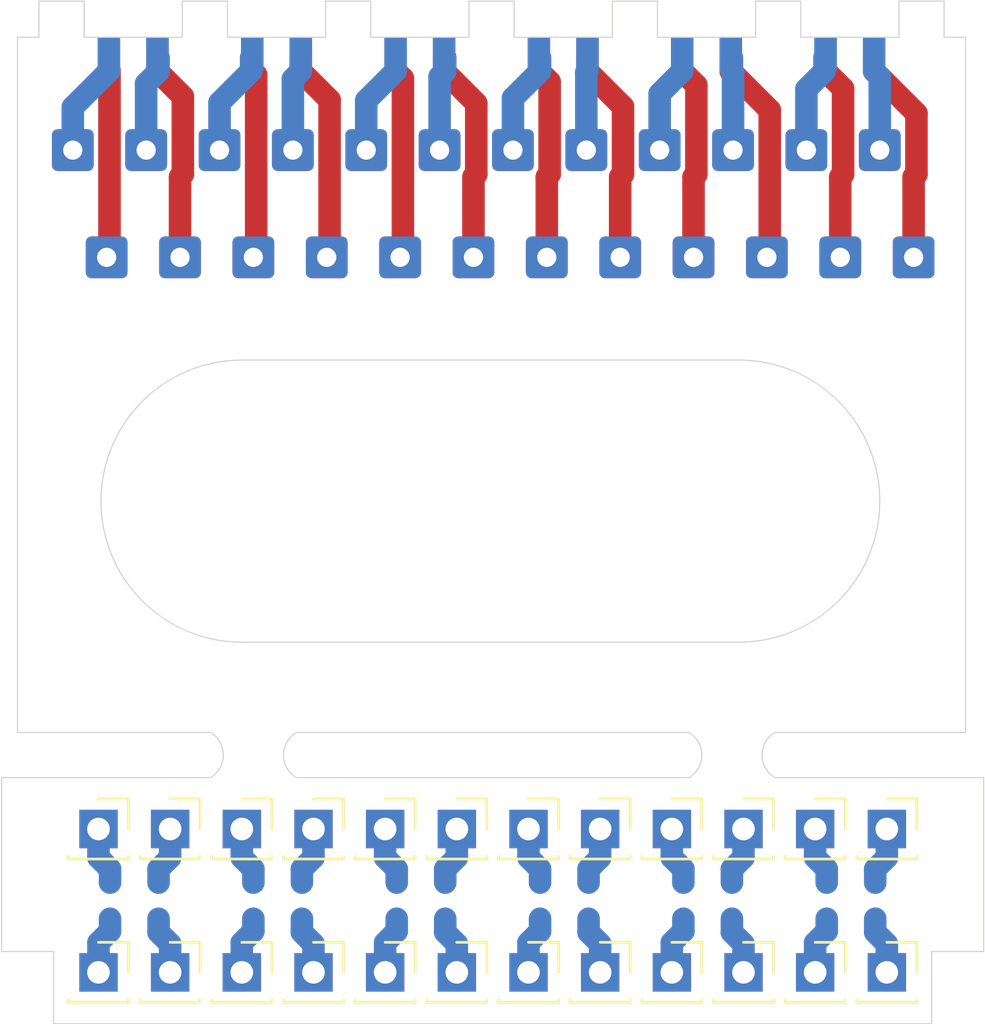
<source format=kicad_pcb>
(kicad_pcb (version 20171130) (host pcbnew "(5.1.10)-1")

  (general
    (thickness 1.6)
    (drawings 51)
    (tracks 163)
    (zones 0)
    (modules 57)
    (nets 25)
  )

  (page User 210.007 148.006)
  (title_block
    (title "SLT power interconnect adaptor")
    (date 2021-08-21)
    (rev 00)
    (comment 1 London)
    (comment 2 stepleton@gmail.com)
    (comment 3 "Tom Stepleton")
    (comment 4 "Forfeited into the public domain with NO WARRANTY")
  )

  (layers
    (0 F.Cu signal)
    (31 B.Cu signal)
    (32 B.Adhes user)
    (33 F.Adhes user)
    (34 B.Paste user)
    (35 F.Paste user)
    (36 B.SilkS user)
    (37 F.SilkS user)
    (38 B.Mask user)
    (39 F.Mask user)
    (40 Dwgs.User user)
    (41 Cmts.User user)
    (42 Eco1.User user)
    (43 Eco2.User user)
    (44 Edge.Cuts user)
    (45 Margin user)
    (46 B.CrtYd user)
    (47 F.CrtYd user)
    (48 B.Fab user)
    (49 F.Fab user)
  )

  (setup
    (last_trace_width 0.25)
    (user_trace_width 1)
    (trace_clearance 0.2)
    (zone_clearance 0)
    (zone_45_only no)
    (trace_min 0.2)
    (via_size 0.8)
    (via_drill 0.4)
    (via_min_size 0.4)
    (via_min_drill 0.3)
    (uvia_size 0.3)
    (uvia_drill 0.1)
    (uvias_allowed no)
    (uvia_min_size 0.2)
    (uvia_min_drill 0.1)
    (edge_width 0.05)
    (segment_width 0.2)
    (pcb_text_width 0.3)
    (pcb_text_size 1.5 1.5)
    (mod_edge_width 0.12)
    (mod_text_size 1 1)
    (mod_text_width 0.15)
    (pad_size 1.524 1.524)
    (pad_drill 0.762)
    (pad_to_mask_clearance 0)
    (aux_axis_origin 0 0)
    (visible_elements 7FFFF7DF)
    (pcbplotparams
      (layerselection 0x010fc_ffffffff)
      (usegerberextensions false)
      (usegerberattributes true)
      (usegerberadvancedattributes true)
      (creategerberjobfile true)
      (excludeedgelayer true)
      (linewidth 0.100000)
      (plotframeref false)
      (viasonmask false)
      (mode 1)
      (useauxorigin false)
      (hpglpennumber 1)
      (hpglpenspeed 20)
      (hpglpendiameter 15.000000)
      (psnegative false)
      (psa4output false)
      (plotreference true)
      (plotvalue true)
      (plotinvisibletext false)
      (padsonsilk false)
      (subtractmaskfromsilk false)
      (outputformat 1)
      (mirror false)
      (drillshape 0)
      (scaleselection 1)
      (outputdirectory "gerber/"))
  )

  (net 0 "")
  (net 1 "Net-(J1-Pad1)")
  (net 2 "Net-(J102-Pad1)")
  (net 3 "Net-(J103-Pad1)")
  (net 4 "Net-(J104-Pad1)")
  (net 5 "Net-(J105-Pad1)")
  (net 6 "Net-(J106-Pad1)")
  (net 7 "Net-(J107-Pad1)")
  (net 8 "Net-(J108-Pad1)")
  (net 9 "Net-(J109-Pad1)")
  (net 10 "Net-(J10-Pad1)")
  (net 11 "Net-(J11-Pad1)")
  (net 12 "Net-(J112-Pad1)")
  (net 13 "Net-(J113-Pad1)")
  (net 14 "Net-(J114-Pad1)")
  (net 15 "Net-(J115-Pad1)")
  (net 16 "Net-(J116-Pad1)")
  (net 17 "Net-(J117-Pad1)")
  (net 18 "Net-(J118-Pad1)")
  (net 19 "Net-(J119-Pad1)")
  (net 20 "Net-(J120-Pad1)")
  (net 21 "Net-(J121-Pad1)")
  (net 22 "Net-(J122-Pad1)")
  (net 23 "Net-(J123-Pad1)")
  (net 24 "Net-(J124-Pad1)")

  (net_class Default "This is the default net class."
    (clearance 0.2)
    (trace_width 0.25)
    (via_dia 0.8)
    (via_drill 0.4)
    (uvia_dia 0.3)
    (uvia_drill 0.1)
    (add_net "Net-(J1-Pad1)")
    (add_net "Net-(J10-Pad1)")
    (add_net "Net-(J102-Pad1)")
    (add_net "Net-(J103-Pad1)")
    (add_net "Net-(J104-Pad1)")
    (add_net "Net-(J105-Pad1)")
    (add_net "Net-(J106-Pad1)")
    (add_net "Net-(J107-Pad1)")
    (add_net "Net-(J108-Pad1)")
    (add_net "Net-(J109-Pad1)")
    (add_net "Net-(J11-Pad1)")
    (add_net "Net-(J112-Pad1)")
    (add_net "Net-(J113-Pad1)")
    (add_net "Net-(J114-Pad1)")
    (add_net "Net-(J115-Pad1)")
    (add_net "Net-(J116-Pad1)")
    (add_net "Net-(J117-Pad1)")
    (add_net "Net-(J118-Pad1)")
    (add_net "Net-(J119-Pad1)")
    (add_net "Net-(J120-Pad1)")
    (add_net "Net-(J121-Pad1)")
    (add_net "Net-(J122-Pad1)")
    (add_net "Net-(J123-Pad1)")
    (add_net "Net-(J124-Pad1)")
  )

  (module SLT_interconnect_custom_parts:Mouse_bite_2 (layer F.Cu) (tedit 60AEE0D1) (tstamp 6111E266)
    (at 114.85 75.4)
    (fp_text reference REF** (at 1.2 -1.1) (layer F.SilkS) hide
      (effects (font (size 1 1) (thickness 0.15)))
    )
    (fp_text value "Mouse bite 2" (at 1 -2.6) (layer F.Fab) hide
      (effects (font (size 1 1) (thickness 0.15)))
    )
    (fp_arc (start -0.6 1) (end 0 0) (angle 118.0724869) (layer Edge.Cuts) (width 0.05))
    (fp_arc (start 4.4 1) (end 3.8 0) (angle -118.0724869) (layer Edge.Cuts) (width 0.05))
    (pad "" np_thru_hole circle (at 3.1 2.2) (size 0.5 0.5) (drill 0.5) (layers *.Cu *.Mask))
    (pad "" np_thru_hole circle (at 2.3 2.2) (size 0.5 0.5) (drill 0.5) (layers *.Cu *.Mask))
    (pad "" np_thru_hole circle (at 1.5 2.2) (size 0.5 0.5) (drill 0.5) (layers *.Cu *.Mask))
    (pad "" np_thru_hole circle (at 0.7 2.2) (size 0.5 0.5) (drill 0.5) (layers *.Cu *.Mask))
    (pad "" np_thru_hole circle (at 3.1 -0.2) (size 0.5 0.5) (drill 0.5) (layers *.Cu *.Mask))
    (pad "" np_thru_hole circle (at 2.3 -0.2) (size 0.5 0.5) (drill 0.5) (layers *.Cu *.Mask))
    (pad "" np_thru_hole circle (at 1.5 -0.2) (size 0.5 0.5) (drill 0.5) (layers *.Cu *.Mask))
    (pad "" np_thru_hole circle (at 0.7 -0.2) (size 0.5 0.5) (drill 0.5) (layers *.Cu *.Mask))
  )

  (module SLT_interconnect_custom_parts:Mouse_bite_2 (layer F.Cu) (tedit 60AEE0D1) (tstamp 6111E1E2)
    (at 93.65 75.4)
    (fp_text reference REF** (at 1.2 -1.1) (layer F.SilkS) hide
      (effects (font (size 1 1) (thickness 0.15)))
    )
    (fp_text value "Mouse bite 2" (at 1 -2.6) (layer F.Fab) hide
      (effects (font (size 1 1) (thickness 0.15)))
    )
    (fp_arc (start -0.6 1) (end 0 0) (angle 118.0724869) (layer Edge.Cuts) (width 0.05))
    (fp_arc (start 4.4 1) (end 3.8 0) (angle -118.0724869) (layer Edge.Cuts) (width 0.05))
    (pad "" np_thru_hole circle (at 3.1 2.2) (size 0.5 0.5) (drill 0.5) (layers *.Cu *.Mask))
    (pad "" np_thru_hole circle (at 2.3 2.2) (size 0.5 0.5) (drill 0.5) (layers *.Cu *.Mask))
    (pad "" np_thru_hole circle (at 1.5 2.2) (size 0.5 0.5) (drill 0.5) (layers *.Cu *.Mask))
    (pad "" np_thru_hole circle (at 0.7 2.2) (size 0.5 0.5) (drill 0.5) (layers *.Cu *.Mask))
    (pad "" np_thru_hole circle (at 3.1 -0.2) (size 0.5 0.5) (drill 0.5) (layers *.Cu *.Mask))
    (pad "" np_thru_hole circle (at 2.3 -0.2) (size 0.5 0.5) (drill 0.5) (layers *.Cu *.Mask))
    (pad "" np_thru_hole circle (at 1.5 -0.2) (size 0.5 0.5) (drill 0.5) (layers *.Cu *.Mask))
    (pad "" np_thru_hole circle (at 0.7 -0.2) (size 0.5 0.5) (drill 0.5) (layers *.Cu *.Mask))
  )

  (module MountingHole:MountingHole_2.5mm (layer F.Cu) (tedit 56D1B4CB) (tstamp 611101D1)
    (at 125.2 82.85)
    (descr "Mounting Hole 2.5mm, no annular")
    (tags "mounting hole 2.5mm no annular")
    (attr virtual)
    (fp_text reference REF** (at 0 -3.5) (layer F.SilkS) hide
      (effects (font (size 1 1) (thickness 0.15)))
    )
    (fp_text value MountingHole_2.5mm (at 0 3.5) (layer F.Fab) hide
      (effects (font (size 1 1) (thickness 0.15)))
    )
    (fp_circle (center 0 0) (end 2.75 0) (layer F.CrtYd) (width 0.05))
    (fp_circle (center 0 0) (end 2.5 0) (layer Cmts.User) (width 0.15))
    (fp_text user %R (at 0.3 0) (layer F.Fab) hide
      (effects (font (size 1 1) (thickness 0.15)))
    )
    (pad 1 np_thru_hole circle (at 0 0) (size 2.5 2.5) (drill 2.5) (layers *.Cu *.Mask))
  )

  (module MountingHole:MountingHole_2.5mm (layer F.Cu) (tedit 56D1B4CB) (tstamp 611101C3)
    (at 118.85 82.85)
    (descr "Mounting Hole 2.5mm, no annular")
    (tags "mounting hole 2.5mm no annular")
    (attr virtual)
    (fp_text reference REF** (at 0 -3.5) (layer F.SilkS) hide
      (effects (font (size 1 1) (thickness 0.15)))
    )
    (fp_text value MountingHole_2.5mm (at 0 3.5) (layer F.Fab) hide
      (effects (font (size 1 1) (thickness 0.15)))
    )
    (fp_circle (center 0 0) (end 2.75 0) (layer F.CrtYd) (width 0.05))
    (fp_circle (center 0 0) (end 2.5 0) (layer Cmts.User) (width 0.15))
    (fp_text user %R (at 0.3 0) (layer F.Fab) hide
      (effects (font (size 1 1) (thickness 0.15)))
    )
    (pad 1 np_thru_hole circle (at 0 0) (size 2.5 2.5) (drill 2.5) (layers *.Cu *.Mask))
  )

  (module MountingHole:MountingHole_2.5mm (layer F.Cu) (tedit 56D1B4CB) (tstamp 611101B5)
    (at 112.5 82.85)
    (descr "Mounting Hole 2.5mm, no annular")
    (tags "mounting hole 2.5mm no annular")
    (attr virtual)
    (fp_text reference REF** (at 0 -3.5) (layer F.SilkS) hide
      (effects (font (size 1 1) (thickness 0.15)))
    )
    (fp_text value MountingHole_2.5mm (at 0 3.5) (layer F.Fab) hide
      (effects (font (size 1 1) (thickness 0.15)))
    )
    (fp_circle (center 0 0) (end 2.75 0) (layer F.CrtYd) (width 0.05))
    (fp_circle (center 0 0) (end 2.5 0) (layer Cmts.User) (width 0.15))
    (fp_text user %R (at 0.3 0) (layer F.Fab) hide
      (effects (font (size 1 1) (thickness 0.15)))
    )
    (pad 1 np_thru_hole circle (at 0 0) (size 2.5 2.5) (drill 2.5) (layers *.Cu *.Mask))
  )

  (module MountingHole:MountingHole_2.5mm (layer F.Cu) (tedit 56D1B4CB) (tstamp 6111012C)
    (at 87.1 82.85)
    (descr "Mounting Hole 2.5mm, no annular")
    (tags "mounting hole 2.5mm no annular")
    (attr virtual)
    (fp_text reference REF** (at 0 -3.5) (layer F.SilkS) hide
      (effects (font (size 1 1) (thickness 0.15)))
    )
    (fp_text value MountingHole_2.5mm (at 0 3.5) (layer F.Fab) hide
      (effects (font (size 1 1) (thickness 0.15)))
    )
    (fp_circle (center 0 0) (end 2.5 0) (layer Cmts.User) (width 0.15))
    (fp_circle (center 0 0) (end 2.75 0) (layer F.CrtYd) (width 0.05))
    (fp_text user %R (at 0.3 0) (layer F.Fab) hide
      (effects (font (size 1 1) (thickness 0.15)))
    )
    (pad 1 np_thru_hole circle (at 0 0) (size 2.5 2.5) (drill 2.5) (layers *.Cu *.Mask))
  )

  (module MountingHole:MountingHole_2.5mm (layer F.Cu) (tedit 56D1B4CB) (tstamp 6111011E)
    (at 93.45 82.85)
    (descr "Mounting Hole 2.5mm, no annular")
    (tags "mounting hole 2.5mm no annular")
    (attr virtual)
    (fp_text reference REF** (at 0 -3.5) (layer F.SilkS) hide
      (effects (font (size 1 1) (thickness 0.15)))
    )
    (fp_text value MountingHole_2.5mm (at 0 3.5) (layer F.Fab) hide
      (effects (font (size 1 1) (thickness 0.15)))
    )
    (fp_circle (center 0 0) (end 2.5 0) (layer Cmts.User) (width 0.15))
    (fp_circle (center 0 0) (end 2.75 0) (layer F.CrtYd) (width 0.05))
    (fp_text user %R (at 0.3 0) (layer F.Fab) hide
      (effects (font (size 1 1) (thickness 0.15)))
    )
    (pad 1 np_thru_hole circle (at 0 0) (size 2.5 2.5) (drill 2.5) (layers *.Cu *.Mask))
  )

  (module MountingHole:MountingHole_2.5mm (layer F.Cu) (tedit 56D1B4CB) (tstamp 61110110)
    (at 99.8 82.85)
    (descr "Mounting Hole 2.5mm, no annular")
    (tags "mounting hole 2.5mm no annular")
    (attr virtual)
    (fp_text reference REF** (at 0 -3.5) (layer F.SilkS) hide
      (effects (font (size 1 1) (thickness 0.15)))
    )
    (fp_text value MountingHole_2.5mm (at 0 3.5) (layer F.Fab) hide
      (effects (font (size 1 1) (thickness 0.15)))
    )
    (fp_circle (center 0 0) (end 2.5 0) (layer Cmts.User) (width 0.15))
    (fp_circle (center 0 0) (end 2.75 0) (layer F.CrtYd) (width 0.05))
    (fp_text user %R (at 0.3 0) (layer F.Fab) hide
      (effects (font (size 1 1) (thickness 0.15)))
    )
    (pad 1 np_thru_hole circle (at 0 0) (size 2.5 2.5) (drill 2.5) (layers *.Cu *.Mask))
  )

  (module MountingHole:MountingHole_2.5mm (layer F.Cu) (tedit 56D1B4CB) (tstamp 61110025)
    (at 106.15 82.85)
    (descr "Mounting Hole 2.5mm, no annular")
    (tags "mounting hole 2.5mm no annular")
    (attr virtual)
    (fp_text reference REF** (at 0 -3.5) (layer F.SilkS) hide
      (effects (font (size 1 1) (thickness 0.15)))
    )
    (fp_text value MountingHole_2.5mm (at 0 3.5) (layer F.Fab) hide
      (effects (font (size 1 1) (thickness 0.15)))
    )
    (fp_circle (center 0 0) (end 2.5 0) (layer Cmts.User) (width 0.15))
    (fp_circle (center 0 0) (end 2.75 0) (layer F.CrtYd) (width 0.05))
    (fp_text user %R (at 0.3 0) (layer F.Fab) hide
      (effects (font (size 1 1) (thickness 0.15)))
    )
    (pad 1 np_thru_hole circle (at 0 0) (size 2.5 2.5) (drill 2.5) (layers *.Cu *.Mask))
  )

  (module Connector_Wire:SolderWire-0.25sqmm_1x01_D0.65mm_OD1.7mm (layer F.Cu) (tedit 5EB70B43) (tstamp 61118125)
    (at 89.05 54.35)
    (descr "Soldered wire connection, for a single 0.25 mm² wire, basic insulation, conductor diameter 0.65mm, outer diameter 1.7mm, size source Multi-Contact FLEXI-E_0.25 (https://ec.staubli.com/AcroFiles/Catalogues/TM_Cab-Main-11014119_(en)_hi.pdf), bend radius 3 times outer diameter, generated with kicad-footprint-generator")
    (tags "connector wire 0.25sqmm")
    (path /61112D8B)
    (attr virtual)
    (fp_text reference J124 (at 0 -2.12) (layer F.SilkS) hide
      (effects (font (size 1 1) (thickness 0.15)))
    )
    (fp_text value Conn_01x01 (at 0 2.12) (layer F.Fab) hide
      (effects (font (size 1 1) (thickness 0.15)))
    )
    (fp_line (start 1.6 -1.42) (end -1.6 -1.42) (layer F.CrtYd) (width 0.05))
    (fp_line (start 1.6 1.42) (end 1.6 -1.42) (layer F.CrtYd) (width 0.05))
    (fp_line (start -1.6 1.42) (end 1.6 1.42) (layer F.CrtYd) (width 0.05))
    (fp_line (start -1.6 -1.42) (end -1.6 1.42) (layer F.CrtYd) (width 0.05))
    (fp_circle (center 0 0) (end 0.85 0) (layer F.Fab) (width 0.1))
    (fp_text user %R (at 0 0) (layer F.Fab)
      (effects (font (size 0.42 0.42) (thickness 0.06)))
    )
    (pad 1 thru_hole roundrect (at 0 0) (size 1.85 1.85) (drill 0.85) (layers *.Cu *.Mask) (roundrect_rratio 0.1351345945945946)
      (net 24 "Net-(J124-Pad1)"))
    (model ${KISYS3DMOD}/Connector_Wire.3dshapes/SolderWire-0.25sqmm_1x01_D0.65mm_OD1.7mm.wrl
      (at (xyz 0 0 0))
      (scale (xyz 1 1 1))
      (rotate (xyz 0 0 0))
    )
  )

  (module Connector_Wire:SolderWire-0.25sqmm_1x01_D0.65mm_OD1.7mm (layer F.Cu) (tedit 5EB70B43) (tstamp 61118107)
    (at 92.3 54.35)
    (descr "Soldered wire connection, for a single 0.25 mm² wire, basic insulation, conductor diameter 0.65mm, outer diameter 1.7mm, size source Multi-Contact FLEXI-E_0.25 (https://ec.staubli.com/AcroFiles/Catalogues/TM_Cab-Main-11014119_(en)_hi.pdf), bend radius 3 times outer diameter, generated with kicad-footprint-generator")
    (tags "connector wire 0.25sqmm")
    (path /61112D81)
    (attr virtual)
    (fp_text reference J123 (at 0 -2.12) (layer F.SilkS) hide
      (effects (font (size 1 1) (thickness 0.15)))
    )
    (fp_text value Conn_01x01 (at 0 2.12) (layer F.Fab) hide
      (effects (font (size 1 1) (thickness 0.15)))
    )
    (fp_line (start 1.6 -1.42) (end -1.6 -1.42) (layer F.CrtYd) (width 0.05))
    (fp_line (start 1.6 1.42) (end 1.6 -1.42) (layer F.CrtYd) (width 0.05))
    (fp_line (start -1.6 1.42) (end 1.6 1.42) (layer F.CrtYd) (width 0.05))
    (fp_line (start -1.6 -1.42) (end -1.6 1.42) (layer F.CrtYd) (width 0.05))
    (fp_circle (center 0 0) (end 0.85 0) (layer F.Fab) (width 0.1))
    (fp_text user %R (at 0 0) (layer F.Fab)
      (effects (font (size 0.42 0.42) (thickness 0.06)))
    )
    (pad 1 thru_hole roundrect (at 0 0) (size 1.85 1.85) (drill 0.85) (layers *.Cu *.Mask) (roundrect_rratio 0.1351345945945946)
      (net 23 "Net-(J123-Pad1)"))
    (model ${KISYS3DMOD}/Connector_Wire.3dshapes/SolderWire-0.25sqmm_1x01_D0.65mm_OD1.7mm.wrl
      (at (xyz 0 0 0))
      (scale (xyz 1 1 1))
      (rotate (xyz 0 0 0))
    )
  )

  (module Connector_Wire:SolderWire-0.25sqmm_1x01_D0.65mm_OD1.7mm (layer F.Cu) (tedit 5EB70B43) (tstamp 61118143)
    (at 95.55 54.35)
    (descr "Soldered wire connection, for a single 0.25 mm² wire, basic insulation, conductor diameter 0.65mm, outer diameter 1.7mm, size source Multi-Contact FLEXI-E_0.25 (https://ec.staubli.com/AcroFiles/Catalogues/TM_Cab-Main-11014119_(en)_hi.pdf), bend radius 3 times outer diameter, generated with kicad-footprint-generator")
    (tags "connector wire 0.25sqmm")
    (path /61112D77)
    (attr virtual)
    (fp_text reference J122 (at 0 -2.12) (layer F.SilkS) hide
      (effects (font (size 1 1) (thickness 0.15)))
    )
    (fp_text value Conn_01x01 (at 0 2.12) (layer F.Fab) hide
      (effects (font (size 1 1) (thickness 0.15)))
    )
    (fp_line (start 1.6 -1.42) (end -1.6 -1.42) (layer F.CrtYd) (width 0.05))
    (fp_line (start 1.6 1.42) (end 1.6 -1.42) (layer F.CrtYd) (width 0.05))
    (fp_line (start -1.6 1.42) (end 1.6 1.42) (layer F.CrtYd) (width 0.05))
    (fp_line (start -1.6 -1.42) (end -1.6 1.42) (layer F.CrtYd) (width 0.05))
    (fp_circle (center 0 0) (end 0.85 0) (layer F.Fab) (width 0.1))
    (fp_text user %R (at 0 0) (layer F.Fab)
      (effects (font (size 0.42 0.42) (thickness 0.06)))
    )
    (pad 1 thru_hole roundrect (at 0 0) (size 1.85 1.85) (drill 0.85) (layers *.Cu *.Mask) (roundrect_rratio 0.1351345945945946)
      (net 22 "Net-(J122-Pad1)"))
    (model ${KISYS3DMOD}/Connector_Wire.3dshapes/SolderWire-0.25sqmm_1x01_D0.65mm_OD1.7mm.wrl
      (at (xyz 0 0 0))
      (scale (xyz 1 1 1))
      (rotate (xyz 0 0 0))
    )
  )

  (module Connector_Wire:SolderWire-0.25sqmm_1x01_D0.65mm_OD1.7mm (layer F.Cu) (tedit 5EB70B43) (tstamp 61117E8B)
    (at 98.8 54.35)
    (descr "Soldered wire connection, for a single 0.25 mm² wire, basic insulation, conductor diameter 0.65mm, outer diameter 1.7mm, size source Multi-Contact FLEXI-E_0.25 (https://ec.staubli.com/AcroFiles/Catalogues/TM_Cab-Main-11014119_(en)_hi.pdf), bend radius 3 times outer diameter, generated with kicad-footprint-generator")
    (tags "connector wire 0.25sqmm")
    (path /61112D6D)
    (attr virtual)
    (fp_text reference J121 (at 0 -2.12) (layer F.SilkS) hide
      (effects (font (size 1 1) (thickness 0.15)))
    )
    (fp_text value Conn_01x01 (at 0 2.12) (layer F.Fab) hide
      (effects (font (size 1 1) (thickness 0.15)))
    )
    (fp_line (start 1.6 -1.42) (end -1.6 -1.42) (layer F.CrtYd) (width 0.05))
    (fp_line (start 1.6 1.42) (end 1.6 -1.42) (layer F.CrtYd) (width 0.05))
    (fp_line (start -1.6 1.42) (end 1.6 1.42) (layer F.CrtYd) (width 0.05))
    (fp_line (start -1.6 -1.42) (end -1.6 1.42) (layer F.CrtYd) (width 0.05))
    (fp_circle (center 0 0) (end 0.85 0) (layer F.Fab) (width 0.1))
    (fp_text user %R (at 0 0) (layer F.Fab)
      (effects (font (size 0.42 0.42) (thickness 0.06)))
    )
    (pad 1 thru_hole roundrect (at 0 0) (size 1.85 1.85) (drill 0.85) (layers *.Cu *.Mask) (roundrect_rratio 0.1351345945945946)
      (net 21 "Net-(J121-Pad1)"))
    (model ${KISYS3DMOD}/Connector_Wire.3dshapes/SolderWire-0.25sqmm_1x01_D0.65mm_OD1.7mm.wrl
      (at (xyz 0 0 0))
      (scale (xyz 1 1 1))
      (rotate (xyz 0 0 0))
    )
  )

  (module Connector_Wire:SolderWire-0.25sqmm_1x01_D0.65mm_OD1.7mm (layer F.Cu) (tedit 5EB70B43) (tstamp 61117EC7)
    (at 102.05 54.35)
    (descr "Soldered wire connection, for a single 0.25 mm² wire, basic insulation, conductor diameter 0.65mm, outer diameter 1.7mm, size source Multi-Contact FLEXI-E_0.25 (https://ec.staubli.com/AcroFiles/Catalogues/TM_Cab-Main-11014119_(en)_hi.pdf), bend radius 3 times outer diameter, generated with kicad-footprint-generator")
    (tags "connector wire 0.25sqmm")
    (path /61112D63)
    (attr virtual)
    (fp_text reference J120 (at 0 -2.12) (layer F.SilkS) hide
      (effects (font (size 1 1) (thickness 0.15)))
    )
    (fp_text value Conn_01x01 (at 0 2.12) (layer F.Fab) hide
      (effects (font (size 1 1) (thickness 0.15)))
    )
    (fp_line (start 1.6 -1.42) (end -1.6 -1.42) (layer F.CrtYd) (width 0.05))
    (fp_line (start 1.6 1.42) (end 1.6 -1.42) (layer F.CrtYd) (width 0.05))
    (fp_line (start -1.6 1.42) (end 1.6 1.42) (layer F.CrtYd) (width 0.05))
    (fp_line (start -1.6 -1.42) (end -1.6 1.42) (layer F.CrtYd) (width 0.05))
    (fp_circle (center 0 0) (end 0.85 0) (layer F.Fab) (width 0.1))
    (fp_text user %R (at 0 0) (layer F.Fab)
      (effects (font (size 0.42 0.42) (thickness 0.06)))
    )
    (pad 1 thru_hole roundrect (at 0 0) (size 1.85 1.85) (drill 0.85) (layers *.Cu *.Mask) (roundrect_rratio 0.1351345945945946)
      (net 20 "Net-(J120-Pad1)"))
    (model ${KISYS3DMOD}/Connector_Wire.3dshapes/SolderWire-0.25sqmm_1x01_D0.65mm_OD1.7mm.wrl
      (at (xyz 0 0 0))
      (scale (xyz 1 1 1))
      (rotate (xyz 0 0 0))
    )
  )

  (module Connector_Wire:SolderWire-0.25sqmm_1x01_D0.65mm_OD1.7mm (layer F.Cu) (tedit 5EB70B43) (tstamp 61117EA9)
    (at 105.3 54.35)
    (descr "Soldered wire connection, for a single 0.25 mm² wire, basic insulation, conductor diameter 0.65mm, outer diameter 1.7mm, size source Multi-Contact FLEXI-E_0.25 (https://ec.staubli.com/AcroFiles/Catalogues/TM_Cab-Main-11014119_(en)_hi.pdf), bend radius 3 times outer diameter, generated with kicad-footprint-generator")
    (tags "connector wire 0.25sqmm")
    (path /61112D59)
    (attr virtual)
    (fp_text reference J119 (at 0 -2.12) (layer F.SilkS) hide
      (effects (font (size 1 1) (thickness 0.15)))
    )
    (fp_text value Conn_01x01 (at 0 2.12) (layer F.Fab) hide
      (effects (font (size 1 1) (thickness 0.15)))
    )
    (fp_line (start 1.6 -1.42) (end -1.6 -1.42) (layer F.CrtYd) (width 0.05))
    (fp_line (start 1.6 1.42) (end 1.6 -1.42) (layer F.CrtYd) (width 0.05))
    (fp_line (start -1.6 1.42) (end 1.6 1.42) (layer F.CrtYd) (width 0.05))
    (fp_line (start -1.6 -1.42) (end -1.6 1.42) (layer F.CrtYd) (width 0.05))
    (fp_circle (center 0 0) (end 0.85 0) (layer F.Fab) (width 0.1))
    (fp_text user %R (at 0 0) (layer F.Fab)
      (effects (font (size 0.42 0.42) (thickness 0.06)))
    )
    (pad 1 thru_hole roundrect (at 0 0) (size 1.85 1.85) (drill 0.85) (layers *.Cu *.Mask) (roundrect_rratio 0.1351345945945946)
      (net 19 "Net-(J119-Pad1)"))
    (model ${KISYS3DMOD}/Connector_Wire.3dshapes/SolderWire-0.25sqmm_1x01_D0.65mm_OD1.7mm.wrl
      (at (xyz 0 0 0))
      (scale (xyz 1 1 1))
      (rotate (xyz 0 0 0))
    )
  )

  (module Connector_Wire:SolderWire-0.25sqmm_1x01_D0.65mm_OD1.7mm (layer F.Cu) (tedit 5EB70B43) (tstamp 61117FB7)
    (at 108.55 54.35)
    (descr "Soldered wire connection, for a single 0.25 mm² wire, basic insulation, conductor diameter 0.65mm, outer diameter 1.7mm, size source Multi-Contact FLEXI-E_0.25 (https://ec.staubli.com/AcroFiles/Catalogues/TM_Cab-Main-11014119_(en)_hi.pdf), bend radius 3 times outer diameter, generated with kicad-footprint-generator")
    (tags "connector wire 0.25sqmm")
    (path /61112D4F)
    (attr virtual)
    (fp_text reference J118 (at 0 -2.12) (layer F.SilkS) hide
      (effects (font (size 1 1) (thickness 0.15)))
    )
    (fp_text value Conn_01x01 (at 0 2.12) (layer F.Fab) hide
      (effects (font (size 1 1) (thickness 0.15)))
    )
    (fp_line (start 1.6 -1.42) (end -1.6 -1.42) (layer F.CrtYd) (width 0.05))
    (fp_line (start 1.6 1.42) (end 1.6 -1.42) (layer F.CrtYd) (width 0.05))
    (fp_line (start -1.6 1.42) (end 1.6 1.42) (layer F.CrtYd) (width 0.05))
    (fp_line (start -1.6 -1.42) (end -1.6 1.42) (layer F.CrtYd) (width 0.05))
    (fp_circle (center 0 0) (end 0.85 0) (layer F.Fab) (width 0.1))
    (fp_text user %R (at 0 0) (layer F.Fab)
      (effects (font (size 0.42 0.42) (thickness 0.06)))
    )
    (pad 1 thru_hole roundrect (at 0 0) (size 1.85 1.85) (drill 0.85) (layers *.Cu *.Mask) (roundrect_rratio 0.1351345945945946)
      (net 18 "Net-(J118-Pad1)"))
    (model ${KISYS3DMOD}/Connector_Wire.3dshapes/SolderWire-0.25sqmm_1x01_D0.65mm_OD1.7mm.wrl
      (at (xyz 0 0 0))
      (scale (xyz 1 1 1))
      (rotate (xyz 0 0 0))
    )
  )

  (module Connector_Wire:SolderWire-0.25sqmm_1x01_D0.65mm_OD1.7mm (layer F.Cu) (tedit 5EB70B43) (tstamp 61117FF3)
    (at 111.8 54.35)
    (descr "Soldered wire connection, for a single 0.25 mm² wire, basic insulation, conductor diameter 0.65mm, outer diameter 1.7mm, size source Multi-Contact FLEXI-E_0.25 (https://ec.staubli.com/AcroFiles/Catalogues/TM_Cab-Main-11014119_(en)_hi.pdf), bend radius 3 times outer diameter, generated with kicad-footprint-generator")
    (tags "connector wire 0.25sqmm")
    (path /61112D45)
    (attr virtual)
    (fp_text reference J117 (at 0 -2.12) (layer F.SilkS) hide
      (effects (font (size 1 1) (thickness 0.15)))
    )
    (fp_text value Conn_01x01 (at 0 2.12) (layer F.Fab) hide
      (effects (font (size 1 1) (thickness 0.15)))
    )
    (fp_line (start 1.6 -1.42) (end -1.6 -1.42) (layer F.CrtYd) (width 0.05))
    (fp_line (start 1.6 1.42) (end 1.6 -1.42) (layer F.CrtYd) (width 0.05))
    (fp_line (start -1.6 1.42) (end 1.6 1.42) (layer F.CrtYd) (width 0.05))
    (fp_line (start -1.6 -1.42) (end -1.6 1.42) (layer F.CrtYd) (width 0.05))
    (fp_circle (center 0 0) (end 0.85 0) (layer F.Fab) (width 0.1))
    (fp_text user %R (at 0 0) (layer F.Fab)
      (effects (font (size 0.42 0.42) (thickness 0.06)))
    )
    (pad 1 thru_hole roundrect (at 0 0) (size 1.85 1.85) (drill 0.85) (layers *.Cu *.Mask) (roundrect_rratio 0.1351345945945946)
      (net 17 "Net-(J117-Pad1)"))
    (model ${KISYS3DMOD}/Connector_Wire.3dshapes/SolderWire-0.25sqmm_1x01_D0.65mm_OD1.7mm.wrl
      (at (xyz 0 0 0))
      (scale (xyz 1 1 1))
      (rotate (xyz 0 0 0))
    )
  )

  (module Connector_Wire:SolderWire-0.25sqmm_1x01_D0.65mm_OD1.7mm (layer F.Cu) (tedit 5EB70B43) (tstamp 611180A7)
    (at 115.05 54.35)
    (descr "Soldered wire connection, for a single 0.25 mm² wire, basic insulation, conductor diameter 0.65mm, outer diameter 1.7mm, size source Multi-Contact FLEXI-E_0.25 (https://ec.staubli.com/AcroFiles/Catalogues/TM_Cab-Main-11014119_(en)_hi.pdf), bend radius 3 times outer diameter, generated with kicad-footprint-generator")
    (tags "connector wire 0.25sqmm")
    (path /61112ABF)
    (attr virtual)
    (fp_text reference J116 (at 0 -2.12) (layer F.SilkS) hide
      (effects (font (size 1 1) (thickness 0.15)))
    )
    (fp_text value Conn_01x01 (at 0 2.12) (layer F.Fab) hide
      (effects (font (size 1 1) (thickness 0.15)))
    )
    (fp_line (start 1.6 -1.42) (end -1.6 -1.42) (layer F.CrtYd) (width 0.05))
    (fp_line (start 1.6 1.42) (end 1.6 -1.42) (layer F.CrtYd) (width 0.05))
    (fp_line (start -1.6 1.42) (end 1.6 1.42) (layer F.CrtYd) (width 0.05))
    (fp_line (start -1.6 -1.42) (end -1.6 1.42) (layer F.CrtYd) (width 0.05))
    (fp_circle (center 0 0) (end 0.85 0) (layer F.Fab) (width 0.1))
    (fp_text user %R (at 0 0) (layer F.Fab)
      (effects (font (size 0.42 0.42) (thickness 0.06)))
    )
    (pad 1 thru_hole roundrect (at 0 0) (size 1.85 1.85) (drill 0.85) (layers *.Cu *.Mask) (roundrect_rratio 0.1351345945945946)
      (net 16 "Net-(J116-Pad1)"))
    (model ${KISYS3DMOD}/Connector_Wire.3dshapes/SolderWire-0.25sqmm_1x01_D0.65mm_OD1.7mm.wrl
      (at (xyz 0 0 0))
      (scale (xyz 1 1 1))
      (rotate (xyz 0 0 0))
    )
  )

  (module Connector_Wire:SolderWire-0.25sqmm_1x01_D0.65mm_OD1.7mm (layer F.Cu) (tedit 5EB70B43) (tstamp 61117F99)
    (at 118.3 54.35)
    (descr "Soldered wire connection, for a single 0.25 mm² wire, basic insulation, conductor diameter 0.65mm, outer diameter 1.7mm, size source Multi-Contact FLEXI-E_0.25 (https://ec.staubli.com/AcroFiles/Catalogues/TM_Cab-Main-11014119_(en)_hi.pdf), bend radius 3 times outer diameter, generated with kicad-footprint-generator")
    (tags "connector wire 0.25sqmm")
    (path /611113B9)
    (attr virtual)
    (fp_text reference J115 (at 0 -2.12) (layer F.SilkS) hide
      (effects (font (size 1 1) (thickness 0.15)))
    )
    (fp_text value Conn_01x01 (at 0 2.12) (layer F.Fab) hide
      (effects (font (size 1 1) (thickness 0.15)))
    )
    (fp_line (start 1.6 -1.42) (end -1.6 -1.42) (layer F.CrtYd) (width 0.05))
    (fp_line (start 1.6 1.42) (end 1.6 -1.42) (layer F.CrtYd) (width 0.05))
    (fp_line (start -1.6 1.42) (end 1.6 1.42) (layer F.CrtYd) (width 0.05))
    (fp_line (start -1.6 -1.42) (end -1.6 1.42) (layer F.CrtYd) (width 0.05))
    (fp_circle (center 0 0) (end 0.85 0) (layer F.Fab) (width 0.1))
    (fp_text user %R (at 0 0) (layer F.Fab)
      (effects (font (size 0.42 0.42) (thickness 0.06)))
    )
    (pad 1 thru_hole roundrect (at 0 0) (size 1.85 1.85) (drill 0.85) (layers *.Cu *.Mask) (roundrect_rratio 0.1351345945945946)
      (net 15 "Net-(J115-Pad1)"))
    (model ${KISYS3DMOD}/Connector_Wire.3dshapes/SolderWire-0.25sqmm_1x01_D0.65mm_OD1.7mm.wrl
      (at (xyz 0 0 0))
      (scale (xyz 1 1 1))
      (rotate (xyz 0 0 0))
    )
  )

  (module Connector_Wire:SolderWire-0.25sqmm_1x01_D0.65mm_OD1.7mm (layer F.Cu) (tedit 5EB70B43) (tstamp 61118011)
    (at 121.55 54.35)
    (descr "Soldered wire connection, for a single 0.25 mm² wire, basic insulation, conductor diameter 0.65mm, outer diameter 1.7mm, size source Multi-Contact FLEXI-E_0.25 (https://ec.staubli.com/AcroFiles/Catalogues/TM_Cab-Main-11014119_(en)_hi.pdf), bend radius 3 times outer diameter, generated with kicad-footprint-generator")
    (tags "connector wire 0.25sqmm")
    (path /611113AF)
    (attr virtual)
    (fp_text reference J114 (at 0 -2.12) (layer F.SilkS) hide
      (effects (font (size 1 1) (thickness 0.15)))
    )
    (fp_text value Conn_01x01 (at 0 2.12) (layer F.Fab) hide
      (effects (font (size 1 1) (thickness 0.15)))
    )
    (fp_line (start 1.6 -1.42) (end -1.6 -1.42) (layer F.CrtYd) (width 0.05))
    (fp_line (start 1.6 1.42) (end 1.6 -1.42) (layer F.CrtYd) (width 0.05))
    (fp_line (start -1.6 1.42) (end 1.6 1.42) (layer F.CrtYd) (width 0.05))
    (fp_line (start -1.6 -1.42) (end -1.6 1.42) (layer F.CrtYd) (width 0.05))
    (fp_circle (center 0 0) (end 0.85 0) (layer F.Fab) (width 0.1))
    (fp_text user %R (at 0 0) (layer F.Fab)
      (effects (font (size 0.42 0.42) (thickness 0.06)))
    )
    (pad 1 thru_hole roundrect (at 0 0) (size 1.85 1.85) (drill 0.85) (layers *.Cu *.Mask) (roundrect_rratio 0.1351345945945946)
      (net 14 "Net-(J114-Pad1)"))
    (model ${KISYS3DMOD}/Connector_Wire.3dshapes/SolderWire-0.25sqmm_1x01_D0.65mm_OD1.7mm.wrl
      (at (xyz 0 0 0))
      (scale (xyz 1 1 1))
      (rotate (xyz 0 0 0))
    )
  )

  (module Connector_Wire:SolderWire-0.25sqmm_1x01_D0.65mm_OD1.7mm (layer F.Cu) (tedit 5EB70B43) (tstamp 6111804D)
    (at 124.8 54.35)
    (descr "Soldered wire connection, for a single 0.25 mm² wire, basic insulation, conductor diameter 0.65mm, outer diameter 1.7mm, size source Multi-Contact FLEXI-E_0.25 (https://ec.staubli.com/AcroFiles/Catalogues/TM_Cab-Main-11014119_(en)_hi.pdf), bend radius 3 times outer diameter, generated with kicad-footprint-generator")
    (tags "connector wire 0.25sqmm")
    (path /611113A5)
    (attr virtual)
    (fp_text reference J113 (at 0 -2.12) (layer F.SilkS) hide
      (effects (font (size 1 1) (thickness 0.15)))
    )
    (fp_text value Conn_01x01 (at 0 2.12) (layer F.Fab) hide
      (effects (font (size 1 1) (thickness 0.15)))
    )
    (fp_line (start 1.6 -1.42) (end -1.6 -1.42) (layer F.CrtYd) (width 0.05))
    (fp_line (start 1.6 1.42) (end 1.6 -1.42) (layer F.CrtYd) (width 0.05))
    (fp_line (start -1.6 1.42) (end 1.6 1.42) (layer F.CrtYd) (width 0.05))
    (fp_line (start -1.6 -1.42) (end -1.6 1.42) (layer F.CrtYd) (width 0.05))
    (fp_circle (center 0 0) (end 0.85 0) (layer F.Fab) (width 0.1))
    (fp_text user %R (at 0 0) (layer F.Fab)
      (effects (font (size 0.42 0.42) (thickness 0.06)))
    )
    (pad 1 thru_hole roundrect (at 0 0) (size 1.85 1.85) (drill 0.85) (layers *.Cu *.Mask) (roundrect_rratio 0.1351345945945946)
      (net 13 "Net-(J113-Pad1)"))
    (model ${KISYS3DMOD}/Connector_Wire.3dshapes/SolderWire-0.25sqmm_1x01_D0.65mm_OD1.7mm.wrl
      (at (xyz 0 0 0))
      (scale (xyz 1 1 1))
      (rotate (xyz 0 0 0))
    )
  )

  (module Connector_Wire:SolderWire-0.25sqmm_1x01_D0.65mm_OD1.7mm (layer F.Cu) (tedit 5EB70B43) (tstamp 611180E3)
    (at 123.3 49.6)
    (descr "Soldered wire connection, for a single 0.25 mm² wire, basic insulation, conductor diameter 0.65mm, outer diameter 1.7mm, size source Multi-Contact FLEXI-E_0.25 (https://ec.staubli.com/AcroFiles/Catalogues/TM_Cab-Main-11014119_(en)_hi.pdf), bend radius 3 times outer diameter, generated with kicad-footprint-generator")
    (tags "connector wire 0.25sqmm")
    (path /6111139B)
    (attr virtual)
    (fp_text reference J112 (at 0 -2.12) (layer F.SilkS) hide
      (effects (font (size 1 1) (thickness 0.15)))
    )
    (fp_text value Conn_01x01 (at 0 2.12) (layer F.Fab) hide
      (effects (font (size 1 1) (thickness 0.15)))
    )
    (fp_line (start 1.6 -1.42) (end -1.6 -1.42) (layer F.CrtYd) (width 0.05))
    (fp_line (start 1.6 1.42) (end 1.6 -1.42) (layer F.CrtYd) (width 0.05))
    (fp_line (start -1.6 1.42) (end 1.6 1.42) (layer F.CrtYd) (width 0.05))
    (fp_line (start -1.6 -1.42) (end -1.6 1.42) (layer F.CrtYd) (width 0.05))
    (fp_circle (center 0 0) (end 0.85 0) (layer F.Fab) (width 0.1))
    (fp_text user %R (at 0 0) (layer F.Fab)
      (effects (font (size 0.42 0.42) (thickness 0.06)))
    )
    (pad 1 thru_hole roundrect (at 0 0) (size 1.85 1.85) (drill 0.85) (layers *.Cu *.Mask) (roundrect_rratio 0.1351345945945946)
      (net 12 "Net-(J112-Pad1)"))
    (model ${KISYS3DMOD}/Connector_Wire.3dshapes/SolderWire-0.25sqmm_1x01_D0.65mm_OD1.7mm.wrl
      (at (xyz 0 0 0))
      (scale (xyz 1 1 1))
      (rotate (xyz 0 0 0))
    )
  )

  (module Connector_Wire:SolderWire-0.25sqmm_1x01_D0.65mm_OD1.7mm (layer F.Cu) (tedit 5EB70B43) (tstamp 6111806B)
    (at 120.05 49.6)
    (descr "Soldered wire connection, for a single 0.25 mm² wire, basic insulation, conductor diameter 0.65mm, outer diameter 1.7mm, size source Multi-Contact FLEXI-E_0.25 (https://ec.staubli.com/AcroFiles/Catalogues/TM_Cab-Main-11014119_(en)_hi.pdf), bend radius 3 times outer diameter, generated with kicad-footprint-generator")
    (tags "connector wire 0.25sqmm")
    (path /61111165)
    (attr virtual)
    (fp_text reference J111 (at 0 -2.12) (layer F.SilkS) hide
      (effects (font (size 1 1) (thickness 0.15)))
    )
    (fp_text value Conn_01x01 (at 0 2.12) (layer F.Fab) hide
      (effects (font (size 1 1) (thickness 0.15)))
    )
    (fp_line (start 1.6 -1.42) (end -1.6 -1.42) (layer F.CrtYd) (width 0.05))
    (fp_line (start 1.6 1.42) (end 1.6 -1.42) (layer F.CrtYd) (width 0.05))
    (fp_line (start -1.6 1.42) (end 1.6 1.42) (layer F.CrtYd) (width 0.05))
    (fp_line (start -1.6 -1.42) (end -1.6 1.42) (layer F.CrtYd) (width 0.05))
    (fp_circle (center 0 0) (end 0.85 0) (layer F.Fab) (width 0.1))
    (fp_text user %R (at 0 0) (layer F.Fab)
      (effects (font (size 0.42 0.42) (thickness 0.06)))
    )
    (pad 1 thru_hole roundrect (at 0 0) (size 1.85 1.85) (drill 0.85) (layers *.Cu *.Mask) (roundrect_rratio 0.1351345945945946)
      (net 11 "Net-(J11-Pad1)"))
    (model ${KISYS3DMOD}/Connector_Wire.3dshapes/SolderWire-0.25sqmm_1x01_D0.65mm_OD1.7mm.wrl
      (at (xyz 0 0 0))
      (scale (xyz 1 1 1))
      (rotate (xyz 0 0 0))
    )
  )

  (module Connector_Wire:SolderWire-0.25sqmm_1x01_D0.65mm_OD1.7mm (layer F.Cu) (tedit 5EB70B43) (tstamp 61117FD5)
    (at 116.8 49.6)
    (descr "Soldered wire connection, for a single 0.25 mm² wire, basic insulation, conductor diameter 0.65mm, outer diameter 1.7mm, size source Multi-Contact FLEXI-E_0.25 (https://ec.staubli.com/AcroFiles/Catalogues/TM_Cab-Main-11014119_(en)_hi.pdf), bend radius 3 times outer diameter, generated with kicad-footprint-generator")
    (tags "connector wire 0.25sqmm")
    (path /6111103A)
    (attr virtual)
    (fp_text reference J110 (at 0 -2.12) (layer F.SilkS) hide
      (effects (font (size 1 1) (thickness 0.15)))
    )
    (fp_text value Conn_01x01 (at 0 2.12) (layer F.Fab) hide
      (effects (font (size 1 1) (thickness 0.15)))
    )
    (fp_line (start 1.6 -1.42) (end -1.6 -1.42) (layer F.CrtYd) (width 0.05))
    (fp_line (start 1.6 1.42) (end 1.6 -1.42) (layer F.CrtYd) (width 0.05))
    (fp_line (start -1.6 1.42) (end 1.6 1.42) (layer F.CrtYd) (width 0.05))
    (fp_line (start -1.6 -1.42) (end -1.6 1.42) (layer F.CrtYd) (width 0.05))
    (fp_circle (center 0 0) (end 0.85 0) (layer F.Fab) (width 0.1))
    (fp_text user %R (at 0 0) (layer F.Fab)
      (effects (font (size 0.42 0.42) (thickness 0.06)))
    )
    (pad 1 thru_hole roundrect (at 0 0) (size 1.85 1.85) (drill 0.85) (layers *.Cu *.Mask) (roundrect_rratio 0.1351345945945946)
      (net 10 "Net-(J10-Pad1)"))
    (model ${KISYS3DMOD}/Connector_Wire.3dshapes/SolderWire-0.25sqmm_1x01_D0.65mm_OD1.7mm.wrl
      (at (xyz 0 0 0))
      (scale (xyz 1 1 1))
      (rotate (xyz 0 0 0))
    )
  )

  (module Connector_Wire:SolderWire-0.25sqmm_1x01_D0.65mm_OD1.7mm (layer F.Cu) (tedit 5EB70B43) (tstamp 61117F3F)
    (at 113.55 49.6)
    (descr "Soldered wire connection, for a single 0.25 mm² wire, basic insulation, conductor diameter 0.65mm, outer diameter 1.7mm, size source Multi-Contact FLEXI-E_0.25 (https://ec.staubli.com/AcroFiles/Catalogues/TM_Cab-Main-11014119_(en)_hi.pdf), bend radius 3 times outer diameter, generated with kicad-footprint-generator")
    (tags "connector wire 0.25sqmm")
    (path /61110FD1)
    (attr virtual)
    (fp_text reference J109 (at 0 -2.12) (layer F.SilkS) hide
      (effects (font (size 1 1) (thickness 0.15)))
    )
    (fp_text value Conn_01x01 (at 0 2.12) (layer F.Fab) hide
      (effects (font (size 1 1) (thickness 0.15)))
    )
    (fp_line (start 1.6 -1.42) (end -1.6 -1.42) (layer F.CrtYd) (width 0.05))
    (fp_line (start 1.6 1.42) (end 1.6 -1.42) (layer F.CrtYd) (width 0.05))
    (fp_line (start -1.6 1.42) (end 1.6 1.42) (layer F.CrtYd) (width 0.05))
    (fp_line (start -1.6 -1.42) (end -1.6 1.42) (layer F.CrtYd) (width 0.05))
    (fp_circle (center 0 0) (end 0.85 0) (layer F.Fab) (width 0.1))
    (fp_text user %R (at 0 0) (layer F.Fab)
      (effects (font (size 0.42 0.42) (thickness 0.06)))
    )
    (pad 1 thru_hole roundrect (at 0 0) (size 1.85 1.85) (drill 0.85) (layers *.Cu *.Mask) (roundrect_rratio 0.1351345945945946)
      (net 9 "Net-(J109-Pad1)"))
    (model ${KISYS3DMOD}/Connector_Wire.3dshapes/SolderWire-0.25sqmm_1x01_D0.65mm_OD1.7mm.wrl
      (at (xyz 0 0 0))
      (scale (xyz 1 1 1))
      (rotate (xyz 0 0 0))
    )
  )

  (module Connector_Wire:SolderWire-0.25sqmm_1x01_D0.65mm_OD1.7mm (layer F.Cu) (tedit 5EB70B43) (tstamp 611180C5)
    (at 110.3 49.6)
    (descr "Soldered wire connection, for a single 0.25 mm² wire, basic insulation, conductor diameter 0.65mm, outer diameter 1.7mm, size source Multi-Contact FLEXI-E_0.25 (https://ec.staubli.com/AcroFiles/Catalogues/TM_Cab-Main-11014119_(en)_hi.pdf), bend radius 3 times outer diameter, generated with kicad-footprint-generator")
    (tags "connector wire 0.25sqmm")
    (path /61110F68)
    (attr virtual)
    (fp_text reference J108 (at 0 -2.12) (layer F.SilkS) hide
      (effects (font (size 1 1) (thickness 0.15)))
    )
    (fp_text value Conn_01x01 (at 0 2.12) (layer F.Fab) hide
      (effects (font (size 1 1) (thickness 0.15)))
    )
    (fp_line (start 1.6 -1.42) (end -1.6 -1.42) (layer F.CrtYd) (width 0.05))
    (fp_line (start 1.6 1.42) (end 1.6 -1.42) (layer F.CrtYd) (width 0.05))
    (fp_line (start -1.6 1.42) (end 1.6 1.42) (layer F.CrtYd) (width 0.05))
    (fp_line (start -1.6 -1.42) (end -1.6 1.42) (layer F.CrtYd) (width 0.05))
    (fp_circle (center 0 0) (end 0.85 0) (layer F.Fab) (width 0.1))
    (fp_text user %R (at 0 0) (layer F.Fab)
      (effects (font (size 0.42 0.42) (thickness 0.06)))
    )
    (pad 1 thru_hole roundrect (at 0 0) (size 1.85 1.85) (drill 0.85) (layers *.Cu *.Mask) (roundrect_rratio 0.1351345945945946)
      (net 8 "Net-(J108-Pad1)"))
    (model ${KISYS3DMOD}/Connector_Wire.3dshapes/SolderWire-0.25sqmm_1x01_D0.65mm_OD1.7mm.wrl
      (at (xyz 0 0 0))
      (scale (xyz 1 1 1))
      (rotate (xyz 0 0 0))
    )
  )

  (module Connector_Wire:SolderWire-0.25sqmm_1x01_D0.65mm_OD1.7mm (layer F.Cu) (tedit 5EB70B43) (tstamp 61117EE5)
    (at 107.05 49.6)
    (descr "Soldered wire connection, for a single 0.25 mm² wire, basic insulation, conductor diameter 0.65mm, outer diameter 1.7mm, size source Multi-Contact FLEXI-E_0.25 (https://ec.staubli.com/AcroFiles/Catalogues/TM_Cab-Main-11014119_(en)_hi.pdf), bend radius 3 times outer diameter, generated with kicad-footprint-generator")
    (tags "connector wire 0.25sqmm")
    (path /61110EFF)
    (attr virtual)
    (fp_text reference J107 (at 0 -2.12) (layer F.SilkS) hide
      (effects (font (size 1 1) (thickness 0.15)))
    )
    (fp_text value Conn_01x01 (at 0 2.12) (layer F.Fab) hide
      (effects (font (size 1 1) (thickness 0.15)))
    )
    (fp_line (start 1.6 -1.42) (end -1.6 -1.42) (layer F.CrtYd) (width 0.05))
    (fp_line (start 1.6 1.42) (end 1.6 -1.42) (layer F.CrtYd) (width 0.05))
    (fp_line (start -1.6 1.42) (end 1.6 1.42) (layer F.CrtYd) (width 0.05))
    (fp_line (start -1.6 -1.42) (end -1.6 1.42) (layer F.CrtYd) (width 0.05))
    (fp_circle (center 0 0) (end 0.85 0) (layer F.Fab) (width 0.1))
    (fp_text user %R (at 0 0) (layer F.Fab)
      (effects (font (size 0.42 0.42) (thickness 0.06)))
    )
    (pad 1 thru_hole roundrect (at 0 0) (size 1.85 1.85) (drill 0.85) (layers *.Cu *.Mask) (roundrect_rratio 0.1351345945945946)
      (net 7 "Net-(J107-Pad1)"))
    (model ${KISYS3DMOD}/Connector_Wire.3dshapes/SolderWire-0.25sqmm_1x01_D0.65mm_OD1.7mm.wrl
      (at (xyz 0 0 0))
      (scale (xyz 1 1 1))
      (rotate (xyz 0 0 0))
    )
  )

  (module Connector_Wire:SolderWire-0.25sqmm_1x01_D0.65mm_OD1.7mm (layer F.Cu) (tedit 5EB70B43) (tstamp 61118089)
    (at 103.8 49.6)
    (descr "Soldered wire connection, for a single 0.25 mm² wire, basic insulation, conductor diameter 0.65mm, outer diameter 1.7mm, size source Multi-Contact FLEXI-E_0.25 (https://ec.staubli.com/AcroFiles/Catalogues/TM_Cab-Main-11014119_(en)_hi.pdf), bend radius 3 times outer diameter, generated with kicad-footprint-generator")
    (tags "connector wire 0.25sqmm")
    (path /61110E96)
    (attr virtual)
    (fp_text reference J106 (at 0 -2.12) (layer F.SilkS) hide
      (effects (font (size 1 1) (thickness 0.15)))
    )
    (fp_text value Conn_01x01 (at 0 2.12) (layer F.Fab) hide
      (effects (font (size 1 1) (thickness 0.15)))
    )
    (fp_line (start 1.6 -1.42) (end -1.6 -1.42) (layer F.CrtYd) (width 0.05))
    (fp_line (start 1.6 1.42) (end 1.6 -1.42) (layer F.CrtYd) (width 0.05))
    (fp_line (start -1.6 1.42) (end 1.6 1.42) (layer F.CrtYd) (width 0.05))
    (fp_line (start -1.6 -1.42) (end -1.6 1.42) (layer F.CrtYd) (width 0.05))
    (fp_circle (center 0 0) (end 0.85 0) (layer F.Fab) (width 0.1))
    (fp_text user %R (at 0 0) (layer F.Fab)
      (effects (font (size 0.42 0.42) (thickness 0.06)))
    )
    (pad 1 thru_hole roundrect (at 0 0) (size 1.85 1.85) (drill 0.85) (layers *.Cu *.Mask) (roundrect_rratio 0.1351345945945946)
      (net 6 "Net-(J106-Pad1)"))
    (model ${KISYS3DMOD}/Connector_Wire.3dshapes/SolderWire-0.25sqmm_1x01_D0.65mm_OD1.7mm.wrl
      (at (xyz 0 0 0))
      (scale (xyz 1 1 1))
      (rotate (xyz 0 0 0))
    )
  )

  (module Connector_Wire:SolderWire-0.25sqmm_1x01_D0.65mm_OD1.7mm (layer F.Cu) (tedit 5EB70B43) (tstamp 61117F03)
    (at 100.55 49.6)
    (descr "Soldered wire connection, for a single 0.25 mm² wire, basic insulation, conductor diameter 0.65mm, outer diameter 1.7mm, size source Multi-Contact FLEXI-E_0.25 (https://ec.staubli.com/AcroFiles/Catalogues/TM_Cab-Main-11014119_(en)_hi.pdf), bend radius 3 times outer diameter, generated with kicad-footprint-generator")
    (tags "connector wire 0.25sqmm")
    (path /61110E2D)
    (attr virtual)
    (fp_text reference J105 (at 0 -2.12) (layer F.SilkS) hide
      (effects (font (size 1 1) (thickness 0.15)))
    )
    (fp_text value Conn_01x01 (at 0 2.12) (layer F.Fab) hide
      (effects (font (size 1 1) (thickness 0.15)))
    )
    (fp_line (start 1.6 -1.42) (end -1.6 -1.42) (layer F.CrtYd) (width 0.05))
    (fp_line (start 1.6 1.42) (end 1.6 -1.42) (layer F.CrtYd) (width 0.05))
    (fp_line (start -1.6 1.42) (end 1.6 1.42) (layer F.CrtYd) (width 0.05))
    (fp_line (start -1.6 -1.42) (end -1.6 1.42) (layer F.CrtYd) (width 0.05))
    (fp_circle (center 0 0) (end 0.85 0) (layer F.Fab) (width 0.1))
    (fp_text user %R (at 0 0) (layer F.Fab)
      (effects (font (size 0.42 0.42) (thickness 0.06)))
    )
    (pad 1 thru_hole roundrect (at 0 0) (size 1.85 1.85) (drill 0.85) (layers *.Cu *.Mask) (roundrect_rratio 0.1351345945945946)
      (net 5 "Net-(J105-Pad1)"))
    (model ${KISYS3DMOD}/Connector_Wire.3dshapes/SolderWire-0.25sqmm_1x01_D0.65mm_OD1.7mm.wrl
      (at (xyz 0 0 0))
      (scale (xyz 1 1 1))
      (rotate (xyz 0 0 0))
    )
  )

  (module Connector_Wire:SolderWire-0.25sqmm_1x01_D0.65mm_OD1.7mm (layer F.Cu) (tedit 5EB70B43) (tstamp 61117F5D)
    (at 97.3 49.6)
    (descr "Soldered wire connection, for a single 0.25 mm² wire, basic insulation, conductor diameter 0.65mm, outer diameter 1.7mm, size source Multi-Contact FLEXI-E_0.25 (https://ec.staubli.com/AcroFiles/Catalogues/TM_Cab-Main-11014119_(en)_hi.pdf), bend radius 3 times outer diameter, generated with kicad-footprint-generator")
    (tags "connector wire 0.25sqmm")
    (path /61110D8B)
    (attr virtual)
    (fp_text reference J104 (at 0 -2.12) (layer F.SilkS) hide
      (effects (font (size 1 1) (thickness 0.15)))
    )
    (fp_text value Conn_01x01 (at 0 2.12) (layer F.Fab) hide
      (effects (font (size 1 1) (thickness 0.15)))
    )
    (fp_line (start 1.6 -1.42) (end -1.6 -1.42) (layer F.CrtYd) (width 0.05))
    (fp_line (start 1.6 1.42) (end 1.6 -1.42) (layer F.CrtYd) (width 0.05))
    (fp_line (start -1.6 1.42) (end 1.6 1.42) (layer F.CrtYd) (width 0.05))
    (fp_line (start -1.6 -1.42) (end -1.6 1.42) (layer F.CrtYd) (width 0.05))
    (fp_circle (center 0 0) (end 0.85 0) (layer F.Fab) (width 0.1))
    (fp_text user %R (at 0 0) (layer F.Fab)
      (effects (font (size 0.42 0.42) (thickness 0.06)))
    )
    (pad 1 thru_hole roundrect (at 0 0) (size 1.85 1.85) (drill 0.85) (layers *.Cu *.Mask) (roundrect_rratio 0.1351345945945946)
      (net 4 "Net-(J104-Pad1)"))
    (model ${KISYS3DMOD}/Connector_Wire.3dshapes/SolderWire-0.25sqmm_1x01_D0.65mm_OD1.7mm.wrl
      (at (xyz 0 0 0))
      (scale (xyz 1 1 1))
      (rotate (xyz 0 0 0))
    )
  )

  (module Connector_Wire:SolderWire-0.25sqmm_1x01_D0.65mm_OD1.7mm (layer F.Cu) (tedit 5EB70B43) (tstamp 6111802F)
    (at 94.05 49.6)
    (descr "Soldered wire connection, for a single 0.25 mm² wire, basic insulation, conductor diameter 0.65mm, outer diameter 1.7mm, size source Multi-Contact FLEXI-E_0.25 (https://ec.staubli.com/AcroFiles/Catalogues/TM_Cab-Main-11014119_(en)_hi.pdf), bend radius 3 times outer diameter, generated with kicad-footprint-generator")
    (tags "connector wire 0.25sqmm")
    (path /61110BAA)
    (attr virtual)
    (fp_text reference J103 (at 0 -2.12) (layer F.SilkS) hide
      (effects (font (size 1 1) (thickness 0.15)))
    )
    (fp_text value Conn_01x01 (at 0 2.12) (layer F.Fab) hide
      (effects (font (size 1 1) (thickness 0.15)))
    )
    (fp_line (start 1.6 -1.42) (end -1.6 -1.42) (layer F.CrtYd) (width 0.05))
    (fp_line (start 1.6 1.42) (end 1.6 -1.42) (layer F.CrtYd) (width 0.05))
    (fp_line (start -1.6 1.42) (end 1.6 1.42) (layer F.CrtYd) (width 0.05))
    (fp_line (start -1.6 -1.42) (end -1.6 1.42) (layer F.CrtYd) (width 0.05))
    (fp_circle (center 0 0) (end 0.85 0) (layer F.Fab) (width 0.1))
    (fp_text user %R (at 0 0) (layer F.Fab)
      (effects (font (size 0.42 0.42) (thickness 0.06)))
    )
    (pad 1 thru_hole roundrect (at 0 0) (size 1.85 1.85) (drill 0.85) (layers *.Cu *.Mask) (roundrect_rratio 0.1351345945945946)
      (net 3 "Net-(J103-Pad1)"))
    (model ${KISYS3DMOD}/Connector_Wire.3dshapes/SolderWire-0.25sqmm_1x01_D0.65mm_OD1.7mm.wrl
      (at (xyz 0 0 0))
      (scale (xyz 1 1 1))
      (rotate (xyz 0 0 0))
    )
  )

  (module Connector_Wire:SolderWire-0.25sqmm_1x01_D0.65mm_OD1.7mm (layer F.Cu) (tedit 5EB70B43) (tstamp 61117F7B)
    (at 90.8 49.6)
    (descr "Soldered wire connection, for a single 0.25 mm² wire, basic insulation, conductor diameter 0.65mm, outer diameter 1.7mm, size source Multi-Contact FLEXI-E_0.25 (https://ec.staubli.com/AcroFiles/Catalogues/TM_Cab-Main-11014119_(en)_hi.pdf), bend radius 3 times outer diameter, generated with kicad-footprint-generator")
    (tags "connector wire 0.25sqmm")
    (path /611107BF)
    (attr virtual)
    (fp_text reference J102 (at 0 -2.12) (layer F.SilkS) hide
      (effects (font (size 1 1) (thickness 0.15)))
    )
    (fp_text value Conn_01x01 (at 0 2.12) (layer F.Fab) hide
      (effects (font (size 1 1) (thickness 0.15)))
    )
    (fp_line (start 1.6 -1.42) (end -1.6 -1.42) (layer F.CrtYd) (width 0.05))
    (fp_line (start 1.6 1.42) (end 1.6 -1.42) (layer F.CrtYd) (width 0.05))
    (fp_line (start -1.6 1.42) (end 1.6 1.42) (layer F.CrtYd) (width 0.05))
    (fp_line (start -1.6 -1.42) (end -1.6 1.42) (layer F.CrtYd) (width 0.05))
    (fp_circle (center 0 0) (end 0.85 0) (layer F.Fab) (width 0.1))
    (fp_text user %R (at 0 0) (layer F.Fab)
      (effects (font (size 0.42 0.42) (thickness 0.06)))
    )
    (pad 1 thru_hole roundrect (at 0 0) (size 1.85 1.85) (drill 0.85) (layers *.Cu *.Mask) (roundrect_rratio 0.1351345945945946)
      (net 2 "Net-(J102-Pad1)"))
    (model ${KISYS3DMOD}/Connector_Wire.3dshapes/SolderWire-0.25sqmm_1x01_D0.65mm_OD1.7mm.wrl
      (at (xyz 0 0 0))
      (scale (xyz 1 1 1))
      (rotate (xyz 0 0 0))
    )
  )

  (module Connector_Wire:SolderWire-0.25sqmm_1x01_D0.65mm_OD1.7mm (layer F.Cu) (tedit 5EB70B43) (tstamp 61117F21)
    (at 87.55 49.6)
    (descr "Soldered wire connection, for a single 0.25 mm² wire, basic insulation, conductor diameter 0.65mm, outer diameter 1.7mm, size source Multi-Contact FLEXI-E_0.25 (https://ec.staubli.com/AcroFiles/Catalogues/TM_Cab-Main-11014119_(en)_hi.pdf), bend radius 3 times outer diameter, generated with kicad-footprint-generator")
    (tags "connector wire 0.25sqmm")
    (path /6110FABF)
    (attr virtual)
    (fp_text reference J101 (at 0 -2.12) (layer F.SilkS) hide
      (effects (font (size 1 1) (thickness 0.15)))
    )
    (fp_text value Conn_01x01 (at 0 2.12) (layer F.Fab) hide
      (effects (font (size 1 1) (thickness 0.15)))
    )
    (fp_line (start 1.6 -1.42) (end -1.6 -1.42) (layer F.CrtYd) (width 0.05))
    (fp_line (start 1.6 1.42) (end 1.6 -1.42) (layer F.CrtYd) (width 0.05))
    (fp_line (start -1.6 1.42) (end 1.6 1.42) (layer F.CrtYd) (width 0.05))
    (fp_line (start -1.6 -1.42) (end -1.6 1.42) (layer F.CrtYd) (width 0.05))
    (fp_circle (center 0 0) (end 0.85 0) (layer F.Fab) (width 0.1))
    (fp_text user %R (at 0 0) (layer F.Fab)
      (effects (font (size 0.42 0.42) (thickness 0.06)))
    )
    (pad 1 thru_hole roundrect (at 0 0) (size 1.85 1.85) (drill 0.85) (layers *.Cu *.Mask) (roundrect_rratio 0.1351345945945946)
      (net 1 "Net-(J1-Pad1)"))
    (model ${KISYS3DMOD}/Connector_Wire.3dshapes/SolderWire-0.25sqmm_1x01_D0.65mm_OD1.7mm.wrl
      (at (xyz 0 0 0))
      (scale (xyz 1 1 1))
      (rotate (xyz 0 0 0))
    )
  )

  (module Connector_PinSocket_2.54mm:PinSocket_1x01_P2.54mm_Vertical (layer F.Cu) (tedit 5A19A434) (tstamp 6110782E)
    (at 88.6875 86.025)
    (descr "Through hole straight socket strip, 1x01, 2.54mm pitch, single row (from Kicad 4.0.7), script generated")
    (tags "Through hole socket strip THT 1x01 2.54mm single row")
    (path /6110D8C7)
    (fp_text reference J24 (at 0 -2.77) (layer F.SilkS) hide
      (effects (font (size 1 1) (thickness 0.15)))
    )
    (fp_text value Conn_01x01_Female (at 0 2.77) (layer F.Fab) hide
      (effects (font (size 1 1) (thickness 0.15)))
    )
    (fp_line (start -1.8 1.75) (end -1.8 -1.8) (layer F.CrtYd) (width 0.05))
    (fp_line (start 1.75 1.75) (end -1.8 1.75) (layer F.CrtYd) (width 0.05))
    (fp_line (start 1.75 -1.8) (end 1.75 1.75) (layer F.CrtYd) (width 0.05))
    (fp_line (start -1.8 -1.8) (end 1.75 -1.8) (layer F.CrtYd) (width 0.05))
    (fp_line (start 0 -1.33) (end 1.33 -1.33) (layer F.SilkS) (width 0.12))
    (fp_line (start 1.33 -1.33) (end 1.33 0) (layer F.SilkS) (width 0.12))
    (fp_line (start 1.33 1.21) (end 1.33 1.33) (layer F.SilkS) (width 0.12))
    (fp_line (start -1.33 1.21) (end -1.33 1.33) (layer F.SilkS) (width 0.12))
    (fp_line (start -1.33 1.33) (end 1.33 1.33) (layer F.SilkS) (width 0.12))
    (fp_line (start -1.27 1.27) (end -1.27 -1.27) (layer F.Fab) (width 0.1))
    (fp_line (start 1.27 1.27) (end -1.27 1.27) (layer F.Fab) (width 0.1))
    (fp_line (start 1.27 -0.635) (end 1.27 1.27) (layer F.Fab) (width 0.1))
    (fp_line (start 0.635 -1.27) (end 1.27 -0.635) (layer F.Fab) (width 0.1))
    (fp_line (start -1.27 -1.27) (end 0.635 -1.27) (layer F.Fab) (width 0.1))
    (fp_text user %R (at 0 0) (layer F.Fab)
      (effects (font (size 1 1) (thickness 0.15)))
    )
    (pad 1 thru_hole rect (at 0 0) (size 1.7 1.7) (drill 1) (layers *.Cu *.Mask)
      (net 24 "Net-(J124-Pad1)"))
    (model ${KISYS3DMOD}/Connector_PinSocket_2.54mm.3dshapes/PinSocket_1x01_P2.54mm_Vertical.wrl
      (at (xyz 0 0 0))
      (scale (xyz 1 1 1))
      (rotate (xyz 0 0 0))
    )
  )

  (module Connector_PinSocket_2.54mm:PinSocket_1x01_P2.54mm_Vertical (layer F.Cu) (tedit 5A19A434) (tstamp 611078D9)
    (at 91.8625 86.025)
    (descr "Through hole straight socket strip, 1x01, 2.54mm pitch, single row (from Kicad 4.0.7), script generated")
    (tags "Through hole socket strip THT 1x01 2.54mm single row")
    (path /6110D8BD)
    (fp_text reference J23 (at 0 -2.77) (layer F.SilkS) hide
      (effects (font (size 1 1) (thickness 0.15)))
    )
    (fp_text value Conn_01x01_Female (at 0 2.77) (layer F.Fab) hide
      (effects (font (size 1 1) (thickness 0.15)))
    )
    (fp_line (start -1.8 1.75) (end -1.8 -1.8) (layer F.CrtYd) (width 0.05))
    (fp_line (start 1.75 1.75) (end -1.8 1.75) (layer F.CrtYd) (width 0.05))
    (fp_line (start 1.75 -1.8) (end 1.75 1.75) (layer F.CrtYd) (width 0.05))
    (fp_line (start -1.8 -1.8) (end 1.75 -1.8) (layer F.CrtYd) (width 0.05))
    (fp_line (start 0 -1.33) (end 1.33 -1.33) (layer F.SilkS) (width 0.12))
    (fp_line (start 1.33 -1.33) (end 1.33 0) (layer F.SilkS) (width 0.12))
    (fp_line (start 1.33 1.21) (end 1.33 1.33) (layer F.SilkS) (width 0.12))
    (fp_line (start -1.33 1.21) (end -1.33 1.33) (layer F.SilkS) (width 0.12))
    (fp_line (start -1.33 1.33) (end 1.33 1.33) (layer F.SilkS) (width 0.12))
    (fp_line (start -1.27 1.27) (end -1.27 -1.27) (layer F.Fab) (width 0.1))
    (fp_line (start 1.27 1.27) (end -1.27 1.27) (layer F.Fab) (width 0.1))
    (fp_line (start 1.27 -0.635) (end 1.27 1.27) (layer F.Fab) (width 0.1))
    (fp_line (start 0.635 -1.27) (end 1.27 -0.635) (layer F.Fab) (width 0.1))
    (fp_line (start -1.27 -1.27) (end 0.635 -1.27) (layer F.Fab) (width 0.1))
    (fp_text user %R (at 0 0) (layer F.Fab)
      (effects (font (size 1 1) (thickness 0.15)))
    )
    (pad 1 thru_hole rect (at 0 0) (size 1.7 1.7) (drill 1) (layers *.Cu *.Mask)
      (net 23 "Net-(J123-Pad1)"))
    (model ${KISYS3DMOD}/Connector_PinSocket_2.54mm.3dshapes/PinSocket_1x01_P2.54mm_Vertical.wrl
      (at (xyz 0 0 0))
      (scale (xyz 1 1 1))
      (rotate (xyz 0 0 0))
    )
  )

  (module Connector_PinSocket_2.54mm:PinSocket_1x01_P2.54mm_Vertical (layer F.Cu) (tedit 5A19A434) (tstamp 61107984)
    (at 95.0375 86.025)
    (descr "Through hole straight socket strip, 1x01, 2.54mm pitch, single row (from Kicad 4.0.7), script generated")
    (tags "Through hole socket strip THT 1x01 2.54mm single row")
    (path /6110D8B3)
    (fp_text reference J22 (at 0 -2.77) (layer F.SilkS) hide
      (effects (font (size 1 1) (thickness 0.15)))
    )
    (fp_text value Conn_01x01_Female (at 0 2.77) (layer F.Fab) hide
      (effects (font (size 1 1) (thickness 0.15)))
    )
    (fp_line (start -1.8 1.75) (end -1.8 -1.8) (layer F.CrtYd) (width 0.05))
    (fp_line (start 1.75 1.75) (end -1.8 1.75) (layer F.CrtYd) (width 0.05))
    (fp_line (start 1.75 -1.8) (end 1.75 1.75) (layer F.CrtYd) (width 0.05))
    (fp_line (start -1.8 -1.8) (end 1.75 -1.8) (layer F.CrtYd) (width 0.05))
    (fp_line (start 0 -1.33) (end 1.33 -1.33) (layer F.SilkS) (width 0.12))
    (fp_line (start 1.33 -1.33) (end 1.33 0) (layer F.SilkS) (width 0.12))
    (fp_line (start 1.33 1.21) (end 1.33 1.33) (layer F.SilkS) (width 0.12))
    (fp_line (start -1.33 1.21) (end -1.33 1.33) (layer F.SilkS) (width 0.12))
    (fp_line (start -1.33 1.33) (end 1.33 1.33) (layer F.SilkS) (width 0.12))
    (fp_line (start -1.27 1.27) (end -1.27 -1.27) (layer F.Fab) (width 0.1))
    (fp_line (start 1.27 1.27) (end -1.27 1.27) (layer F.Fab) (width 0.1))
    (fp_line (start 1.27 -0.635) (end 1.27 1.27) (layer F.Fab) (width 0.1))
    (fp_line (start 0.635 -1.27) (end 1.27 -0.635) (layer F.Fab) (width 0.1))
    (fp_line (start -1.27 -1.27) (end 0.635 -1.27) (layer F.Fab) (width 0.1))
    (fp_text user %R (at 0 0) (layer F.Fab)
      (effects (font (size 1 1) (thickness 0.15)))
    )
    (pad 1 thru_hole rect (at 0 0) (size 1.7 1.7) (drill 1) (layers *.Cu *.Mask)
      (net 22 "Net-(J122-Pad1)"))
    (model ${KISYS3DMOD}/Connector_PinSocket_2.54mm.3dshapes/PinSocket_1x01_P2.54mm_Vertical.wrl
      (at (xyz 0 0 0))
      (scale (xyz 1 1 1))
      (rotate (xyz 0 0 0))
    )
  )

  (module Connector_PinSocket_2.54mm:PinSocket_1x01_P2.54mm_Vertical (layer F.Cu) (tedit 5A19A434) (tstamp 611079BD)
    (at 98.2125 86.025)
    (descr "Through hole straight socket strip, 1x01, 2.54mm pitch, single row (from Kicad 4.0.7), script generated")
    (tags "Through hole socket strip THT 1x01 2.54mm single row")
    (path /6110D8A9)
    (fp_text reference J21 (at 0 -2.77) (layer F.SilkS) hide
      (effects (font (size 1 1) (thickness 0.15)))
    )
    (fp_text value Conn_01x01_Female (at 0 2.77) (layer F.Fab) hide
      (effects (font (size 1 1) (thickness 0.15)))
    )
    (fp_line (start -1.8 1.75) (end -1.8 -1.8) (layer F.CrtYd) (width 0.05))
    (fp_line (start 1.75 1.75) (end -1.8 1.75) (layer F.CrtYd) (width 0.05))
    (fp_line (start 1.75 -1.8) (end 1.75 1.75) (layer F.CrtYd) (width 0.05))
    (fp_line (start -1.8 -1.8) (end 1.75 -1.8) (layer F.CrtYd) (width 0.05))
    (fp_line (start 0 -1.33) (end 1.33 -1.33) (layer F.SilkS) (width 0.12))
    (fp_line (start 1.33 -1.33) (end 1.33 0) (layer F.SilkS) (width 0.12))
    (fp_line (start 1.33 1.21) (end 1.33 1.33) (layer F.SilkS) (width 0.12))
    (fp_line (start -1.33 1.21) (end -1.33 1.33) (layer F.SilkS) (width 0.12))
    (fp_line (start -1.33 1.33) (end 1.33 1.33) (layer F.SilkS) (width 0.12))
    (fp_line (start -1.27 1.27) (end -1.27 -1.27) (layer F.Fab) (width 0.1))
    (fp_line (start 1.27 1.27) (end -1.27 1.27) (layer F.Fab) (width 0.1))
    (fp_line (start 1.27 -0.635) (end 1.27 1.27) (layer F.Fab) (width 0.1))
    (fp_line (start 0.635 -1.27) (end 1.27 -0.635) (layer F.Fab) (width 0.1))
    (fp_line (start -1.27 -1.27) (end 0.635 -1.27) (layer F.Fab) (width 0.1))
    (fp_text user %R (at 0 0) (layer F.Fab)
      (effects (font (size 1 1) (thickness 0.15)))
    )
    (pad 1 thru_hole rect (at 0 0) (size 1.7 1.7) (drill 1) (layers *.Cu *.Mask)
      (net 21 "Net-(J121-Pad1)"))
    (model ${KISYS3DMOD}/Connector_PinSocket_2.54mm.3dshapes/PinSocket_1x01_P2.54mm_Vertical.wrl
      (at (xyz 0 0 0))
      (scale (xyz 1 1 1))
      (rotate (xyz 0 0 0))
    )
  )

  (module Connector_PinSocket_2.54mm:PinSocket_1x01_P2.54mm_Vertical (layer F.Cu) (tedit 5A19A434) (tstamp 61107912)
    (at 101.3875 86.025)
    (descr "Through hole straight socket strip, 1x01, 2.54mm pitch, single row (from Kicad 4.0.7), script generated")
    (tags "Through hole socket strip THT 1x01 2.54mm single row")
    (path /6110D89F)
    (fp_text reference J20 (at 0 -2.77) (layer F.SilkS) hide
      (effects (font (size 1 1) (thickness 0.15)))
    )
    (fp_text value Conn_01x01_Female (at 0 2.77) (layer F.Fab) hide
      (effects (font (size 1 1) (thickness 0.15)))
    )
    (fp_line (start -1.8 1.75) (end -1.8 -1.8) (layer F.CrtYd) (width 0.05))
    (fp_line (start 1.75 1.75) (end -1.8 1.75) (layer F.CrtYd) (width 0.05))
    (fp_line (start 1.75 -1.8) (end 1.75 1.75) (layer F.CrtYd) (width 0.05))
    (fp_line (start -1.8 -1.8) (end 1.75 -1.8) (layer F.CrtYd) (width 0.05))
    (fp_line (start 0 -1.33) (end 1.33 -1.33) (layer F.SilkS) (width 0.12))
    (fp_line (start 1.33 -1.33) (end 1.33 0) (layer F.SilkS) (width 0.12))
    (fp_line (start 1.33 1.21) (end 1.33 1.33) (layer F.SilkS) (width 0.12))
    (fp_line (start -1.33 1.21) (end -1.33 1.33) (layer F.SilkS) (width 0.12))
    (fp_line (start -1.33 1.33) (end 1.33 1.33) (layer F.SilkS) (width 0.12))
    (fp_line (start -1.27 1.27) (end -1.27 -1.27) (layer F.Fab) (width 0.1))
    (fp_line (start 1.27 1.27) (end -1.27 1.27) (layer F.Fab) (width 0.1))
    (fp_line (start 1.27 -0.635) (end 1.27 1.27) (layer F.Fab) (width 0.1))
    (fp_line (start 0.635 -1.27) (end 1.27 -0.635) (layer F.Fab) (width 0.1))
    (fp_line (start -1.27 -1.27) (end 0.635 -1.27) (layer F.Fab) (width 0.1))
    (fp_text user %R (at 0 0) (layer F.Fab)
      (effects (font (size 1 1) (thickness 0.15)))
    )
    (pad 1 thru_hole rect (at 0 0) (size 1.7 1.7) (drill 1) (layers *.Cu *.Mask)
      (net 20 "Net-(J120-Pad1)"))
    (model ${KISYS3DMOD}/Connector_PinSocket_2.54mm.3dshapes/PinSocket_1x01_P2.54mm_Vertical.wrl
      (at (xyz 0 0 0))
      (scale (xyz 1 1 1))
      (rotate (xyz 0 0 0))
    )
  )

  (module Connector_PinSocket_2.54mm:PinSocket_1x01_P2.54mm_Vertical (layer F.Cu) (tedit 5A19A434) (tstamp 6110794B)
    (at 104.5625 86.025)
    (descr "Through hole straight socket strip, 1x01, 2.54mm pitch, single row (from Kicad 4.0.7), script generated")
    (tags "Through hole socket strip THT 1x01 2.54mm single row")
    (path /6110D895)
    (fp_text reference J19 (at 0 -2.77) (layer F.SilkS) hide
      (effects (font (size 1 1) (thickness 0.15)))
    )
    (fp_text value Conn_01x01_Female (at 0 2.77) (layer F.Fab) hide
      (effects (font (size 1 1) (thickness 0.15)))
    )
    (fp_line (start -1.8 1.75) (end -1.8 -1.8) (layer F.CrtYd) (width 0.05))
    (fp_line (start 1.75 1.75) (end -1.8 1.75) (layer F.CrtYd) (width 0.05))
    (fp_line (start 1.75 -1.8) (end 1.75 1.75) (layer F.CrtYd) (width 0.05))
    (fp_line (start -1.8 -1.8) (end 1.75 -1.8) (layer F.CrtYd) (width 0.05))
    (fp_line (start 0 -1.33) (end 1.33 -1.33) (layer F.SilkS) (width 0.12))
    (fp_line (start 1.33 -1.33) (end 1.33 0) (layer F.SilkS) (width 0.12))
    (fp_line (start 1.33 1.21) (end 1.33 1.33) (layer F.SilkS) (width 0.12))
    (fp_line (start -1.33 1.21) (end -1.33 1.33) (layer F.SilkS) (width 0.12))
    (fp_line (start -1.33 1.33) (end 1.33 1.33) (layer F.SilkS) (width 0.12))
    (fp_line (start -1.27 1.27) (end -1.27 -1.27) (layer F.Fab) (width 0.1))
    (fp_line (start 1.27 1.27) (end -1.27 1.27) (layer F.Fab) (width 0.1))
    (fp_line (start 1.27 -0.635) (end 1.27 1.27) (layer F.Fab) (width 0.1))
    (fp_line (start 0.635 -1.27) (end 1.27 -0.635) (layer F.Fab) (width 0.1))
    (fp_line (start -1.27 -1.27) (end 0.635 -1.27) (layer F.Fab) (width 0.1))
    (fp_text user %R (at 0 0) (layer F.Fab)
      (effects (font (size 1 1) (thickness 0.15)))
    )
    (pad 1 thru_hole rect (at 0 0) (size 1.7 1.7) (drill 1) (layers *.Cu *.Mask)
      (net 19 "Net-(J119-Pad1)"))
    (model ${KISYS3DMOD}/Connector_PinSocket_2.54mm.3dshapes/PinSocket_1x01_P2.54mm_Vertical.wrl
      (at (xyz 0 0 0))
      (scale (xyz 1 1 1))
      (rotate (xyz 0 0 0))
    )
  )

  (module Connector_PinSocket_2.54mm:PinSocket_1x01_P2.54mm_Vertical (layer F.Cu) (tedit 5A19A434) (tstamp 611079F6)
    (at 107.7375 86.025)
    (descr "Through hole straight socket strip, 1x01, 2.54mm pitch, single row (from Kicad 4.0.7), script generated")
    (tags "Through hole socket strip THT 1x01 2.54mm single row")
    (path /6110D88B)
    (fp_text reference J18 (at 0 -2.77) (layer F.SilkS) hide
      (effects (font (size 1 1) (thickness 0.15)))
    )
    (fp_text value Conn_01x01_Female (at 0 2.77) (layer F.Fab) hide
      (effects (font (size 1 1) (thickness 0.15)))
    )
    (fp_line (start -1.8 1.75) (end -1.8 -1.8) (layer F.CrtYd) (width 0.05))
    (fp_line (start 1.75 1.75) (end -1.8 1.75) (layer F.CrtYd) (width 0.05))
    (fp_line (start 1.75 -1.8) (end 1.75 1.75) (layer F.CrtYd) (width 0.05))
    (fp_line (start -1.8 -1.8) (end 1.75 -1.8) (layer F.CrtYd) (width 0.05))
    (fp_line (start 0 -1.33) (end 1.33 -1.33) (layer F.SilkS) (width 0.12))
    (fp_line (start 1.33 -1.33) (end 1.33 0) (layer F.SilkS) (width 0.12))
    (fp_line (start 1.33 1.21) (end 1.33 1.33) (layer F.SilkS) (width 0.12))
    (fp_line (start -1.33 1.21) (end -1.33 1.33) (layer F.SilkS) (width 0.12))
    (fp_line (start -1.33 1.33) (end 1.33 1.33) (layer F.SilkS) (width 0.12))
    (fp_line (start -1.27 1.27) (end -1.27 -1.27) (layer F.Fab) (width 0.1))
    (fp_line (start 1.27 1.27) (end -1.27 1.27) (layer F.Fab) (width 0.1))
    (fp_line (start 1.27 -0.635) (end 1.27 1.27) (layer F.Fab) (width 0.1))
    (fp_line (start 0.635 -1.27) (end 1.27 -0.635) (layer F.Fab) (width 0.1))
    (fp_line (start -1.27 -1.27) (end 0.635 -1.27) (layer F.Fab) (width 0.1))
    (fp_text user %R (at 0 0) (layer F.Fab)
      (effects (font (size 1 1) (thickness 0.15)))
    )
    (pad 1 thru_hole rect (at 0 0) (size 1.7 1.7) (drill 1) (layers *.Cu *.Mask)
      (net 18 "Net-(J118-Pad1)"))
    (model ${KISYS3DMOD}/Connector_PinSocket_2.54mm.3dshapes/PinSocket_1x01_P2.54mm_Vertical.wrl
      (at (xyz 0 0 0))
      (scale (xyz 1 1 1))
      (rotate (xyz 0 0 0))
    )
  )

  (module Connector_PinSocket_2.54mm:PinSocket_1x01_P2.54mm_Vertical (layer F.Cu) (tedit 5A19A434) (tstamp 61107867)
    (at 110.9125 86.025)
    (descr "Through hole straight socket strip, 1x01, 2.54mm pitch, single row (from Kicad 4.0.7), script generated")
    (tags "Through hole socket strip THT 1x01 2.54mm single row")
    (path /6110D775)
    (fp_text reference J17 (at 0 -2.77) (layer F.SilkS) hide
      (effects (font (size 1 1) (thickness 0.15)))
    )
    (fp_text value Conn_01x01_Female (at 0 2.77) (layer F.Fab) hide
      (effects (font (size 1 1) (thickness 0.15)))
    )
    (fp_line (start -1.8 1.75) (end -1.8 -1.8) (layer F.CrtYd) (width 0.05))
    (fp_line (start 1.75 1.75) (end -1.8 1.75) (layer F.CrtYd) (width 0.05))
    (fp_line (start 1.75 -1.8) (end 1.75 1.75) (layer F.CrtYd) (width 0.05))
    (fp_line (start -1.8 -1.8) (end 1.75 -1.8) (layer F.CrtYd) (width 0.05))
    (fp_line (start 0 -1.33) (end 1.33 -1.33) (layer F.SilkS) (width 0.12))
    (fp_line (start 1.33 -1.33) (end 1.33 0) (layer F.SilkS) (width 0.12))
    (fp_line (start 1.33 1.21) (end 1.33 1.33) (layer F.SilkS) (width 0.12))
    (fp_line (start -1.33 1.21) (end -1.33 1.33) (layer F.SilkS) (width 0.12))
    (fp_line (start -1.33 1.33) (end 1.33 1.33) (layer F.SilkS) (width 0.12))
    (fp_line (start -1.27 1.27) (end -1.27 -1.27) (layer F.Fab) (width 0.1))
    (fp_line (start 1.27 1.27) (end -1.27 1.27) (layer F.Fab) (width 0.1))
    (fp_line (start 1.27 -0.635) (end 1.27 1.27) (layer F.Fab) (width 0.1))
    (fp_line (start 0.635 -1.27) (end 1.27 -0.635) (layer F.Fab) (width 0.1))
    (fp_line (start -1.27 -1.27) (end 0.635 -1.27) (layer F.Fab) (width 0.1))
    (fp_text user %R (at 0 0) (layer F.Fab)
      (effects (font (size 1 1) (thickness 0.15)))
    )
    (pad 1 thru_hole rect (at 0 0) (size 1.7 1.7) (drill 1) (layers *.Cu *.Mask)
      (net 17 "Net-(J117-Pad1)"))
    (model ${KISYS3DMOD}/Connector_PinSocket_2.54mm.3dshapes/PinSocket_1x01_P2.54mm_Vertical.wrl
      (at (xyz 0 0 0))
      (scale (xyz 1 1 1))
      (rotate (xyz 0 0 0))
    )
  )

  (module Connector_PinSocket_2.54mm:PinSocket_1x01_P2.54mm_Vertical (layer F.Cu) (tedit 5A19A434) (tstamp 61107A2F)
    (at 114.0875 86.025)
    (descr "Through hole straight socket strip, 1x01, 2.54mm pitch, single row (from Kicad 4.0.7), script generated")
    (tags "Through hole socket strip THT 1x01 2.54mm single row")
    (path /61107CEE)
    (fp_text reference J16 (at 0 -2.77) (layer F.SilkS) hide
      (effects (font (size 1 1) (thickness 0.15)))
    )
    (fp_text value Conn_01x01_Female (at 0 2.77) (layer F.Fab) hide
      (effects (font (size 1 1) (thickness 0.15)))
    )
    (fp_line (start -1.8 1.75) (end -1.8 -1.8) (layer F.CrtYd) (width 0.05))
    (fp_line (start 1.75 1.75) (end -1.8 1.75) (layer F.CrtYd) (width 0.05))
    (fp_line (start 1.75 -1.8) (end 1.75 1.75) (layer F.CrtYd) (width 0.05))
    (fp_line (start -1.8 -1.8) (end 1.75 -1.8) (layer F.CrtYd) (width 0.05))
    (fp_line (start 0 -1.33) (end 1.33 -1.33) (layer F.SilkS) (width 0.12))
    (fp_line (start 1.33 -1.33) (end 1.33 0) (layer F.SilkS) (width 0.12))
    (fp_line (start 1.33 1.21) (end 1.33 1.33) (layer F.SilkS) (width 0.12))
    (fp_line (start -1.33 1.21) (end -1.33 1.33) (layer F.SilkS) (width 0.12))
    (fp_line (start -1.33 1.33) (end 1.33 1.33) (layer F.SilkS) (width 0.12))
    (fp_line (start -1.27 1.27) (end -1.27 -1.27) (layer F.Fab) (width 0.1))
    (fp_line (start 1.27 1.27) (end -1.27 1.27) (layer F.Fab) (width 0.1))
    (fp_line (start 1.27 -0.635) (end 1.27 1.27) (layer F.Fab) (width 0.1))
    (fp_line (start 0.635 -1.27) (end 1.27 -0.635) (layer F.Fab) (width 0.1))
    (fp_line (start -1.27 -1.27) (end 0.635 -1.27) (layer F.Fab) (width 0.1))
    (fp_text user %R (at 0 0) (layer F.Fab)
      (effects (font (size 1 1) (thickness 0.15)))
    )
    (pad 1 thru_hole rect (at 0 0) (size 1.7 1.7) (drill 1) (layers *.Cu *.Mask)
      (net 16 "Net-(J116-Pad1)"))
    (model ${KISYS3DMOD}/Connector_PinSocket_2.54mm.3dshapes/PinSocket_1x01_P2.54mm_Vertical.wrl
      (at (xyz 0 0 0))
      (scale (xyz 1 1 1))
      (rotate (xyz 0 0 0))
    )
  )

  (module Connector_PinSocket_2.54mm:PinSocket_1x01_P2.54mm_Vertical (layer F.Cu) (tedit 5A19A434) (tstamp 61107A68)
    (at 117.2625 86.025)
    (descr "Through hole straight socket strip, 1x01, 2.54mm pitch, single row (from Kicad 4.0.7), script generated")
    (tags "Through hole socket strip THT 1x01 2.54mm single row")
    (path /61107CE4)
    (fp_text reference J15 (at 0 -2.77) (layer F.SilkS) hide
      (effects (font (size 1 1) (thickness 0.15)))
    )
    (fp_text value Conn_01x01_Female (at 0 2.77) (layer F.Fab) hide
      (effects (font (size 1 1) (thickness 0.15)))
    )
    (fp_line (start -1.8 1.75) (end -1.8 -1.8) (layer F.CrtYd) (width 0.05))
    (fp_line (start 1.75 1.75) (end -1.8 1.75) (layer F.CrtYd) (width 0.05))
    (fp_line (start 1.75 -1.8) (end 1.75 1.75) (layer F.CrtYd) (width 0.05))
    (fp_line (start -1.8 -1.8) (end 1.75 -1.8) (layer F.CrtYd) (width 0.05))
    (fp_line (start 0 -1.33) (end 1.33 -1.33) (layer F.SilkS) (width 0.12))
    (fp_line (start 1.33 -1.33) (end 1.33 0) (layer F.SilkS) (width 0.12))
    (fp_line (start 1.33 1.21) (end 1.33 1.33) (layer F.SilkS) (width 0.12))
    (fp_line (start -1.33 1.21) (end -1.33 1.33) (layer F.SilkS) (width 0.12))
    (fp_line (start -1.33 1.33) (end 1.33 1.33) (layer F.SilkS) (width 0.12))
    (fp_line (start -1.27 1.27) (end -1.27 -1.27) (layer F.Fab) (width 0.1))
    (fp_line (start 1.27 1.27) (end -1.27 1.27) (layer F.Fab) (width 0.1))
    (fp_line (start 1.27 -0.635) (end 1.27 1.27) (layer F.Fab) (width 0.1))
    (fp_line (start 0.635 -1.27) (end 1.27 -0.635) (layer F.Fab) (width 0.1))
    (fp_line (start -1.27 -1.27) (end 0.635 -1.27) (layer F.Fab) (width 0.1))
    (fp_text user %R (at 0 0) (layer F.Fab)
      (effects (font (size 1 1) (thickness 0.15)))
    )
    (pad 1 thru_hole rect (at 0 0) (size 1.7 1.7) (drill 1) (layers *.Cu *.Mask)
      (net 15 "Net-(J115-Pad1)"))
    (model ${KISYS3DMOD}/Connector_PinSocket_2.54mm.3dshapes/PinSocket_1x01_P2.54mm_Vertical.wrl
      (at (xyz 0 0 0))
      (scale (xyz 1 1 1))
      (rotate (xyz 0 0 0))
    )
  )

  (module Connector_PinSocket_2.54mm:PinSocket_1x01_P2.54mm_Vertical (layer F.Cu) (tedit 5A19A434) (tstamp 611078A0)
    (at 120.4375 86.025)
    (descr "Through hole straight socket strip, 1x01, 2.54mm pitch, single row (from Kicad 4.0.7), script generated")
    (tags "Through hole socket strip THT 1x01 2.54mm single row")
    (path /61107CDA)
    (fp_text reference J14 (at 0 -2.77) (layer F.SilkS) hide
      (effects (font (size 1 1) (thickness 0.15)))
    )
    (fp_text value Conn_01x01_Female (at 0 2.77) (layer F.Fab) hide
      (effects (font (size 1 1) (thickness 0.15)))
    )
    (fp_line (start -1.8 1.75) (end -1.8 -1.8) (layer F.CrtYd) (width 0.05))
    (fp_line (start 1.75 1.75) (end -1.8 1.75) (layer F.CrtYd) (width 0.05))
    (fp_line (start 1.75 -1.8) (end 1.75 1.75) (layer F.CrtYd) (width 0.05))
    (fp_line (start -1.8 -1.8) (end 1.75 -1.8) (layer F.CrtYd) (width 0.05))
    (fp_line (start 0 -1.33) (end 1.33 -1.33) (layer F.SilkS) (width 0.12))
    (fp_line (start 1.33 -1.33) (end 1.33 0) (layer F.SilkS) (width 0.12))
    (fp_line (start 1.33 1.21) (end 1.33 1.33) (layer F.SilkS) (width 0.12))
    (fp_line (start -1.33 1.21) (end -1.33 1.33) (layer F.SilkS) (width 0.12))
    (fp_line (start -1.33 1.33) (end 1.33 1.33) (layer F.SilkS) (width 0.12))
    (fp_line (start -1.27 1.27) (end -1.27 -1.27) (layer F.Fab) (width 0.1))
    (fp_line (start 1.27 1.27) (end -1.27 1.27) (layer F.Fab) (width 0.1))
    (fp_line (start 1.27 -0.635) (end 1.27 1.27) (layer F.Fab) (width 0.1))
    (fp_line (start 0.635 -1.27) (end 1.27 -0.635) (layer F.Fab) (width 0.1))
    (fp_line (start -1.27 -1.27) (end 0.635 -1.27) (layer F.Fab) (width 0.1))
    (fp_text user %R (at 0 0) (layer F.Fab)
      (effects (font (size 1 1) (thickness 0.15)))
    )
    (pad 1 thru_hole rect (at 0 0) (size 1.7 1.7) (drill 1) (layers *.Cu *.Mask)
      (net 14 "Net-(J114-Pad1)"))
    (model ${KISYS3DMOD}/Connector_PinSocket_2.54mm.3dshapes/PinSocket_1x01_P2.54mm_Vertical.wrl
      (at (xyz 0 0 0))
      (scale (xyz 1 1 1))
      (rotate (xyz 0 0 0))
    )
  )

  (module Connector_PinSocket_2.54mm:PinSocket_1x01_P2.54mm_Vertical (layer F.Cu) (tedit 5A19A434) (tstamp 61107AA1)
    (at 123.6125 86.025)
    (descr "Through hole straight socket strip, 1x01, 2.54mm pitch, single row (from Kicad 4.0.7), script generated")
    (tags "Through hole socket strip THT 1x01 2.54mm single row")
    (path /61107CD0)
    (fp_text reference J13 (at 0 -2.77) (layer F.SilkS) hide
      (effects (font (size 1 1) (thickness 0.15)))
    )
    (fp_text value Conn_01x01_Female (at 0 2.77) (layer F.Fab) hide
      (effects (font (size 1 1) (thickness 0.15)))
    )
    (fp_line (start -1.8 1.75) (end -1.8 -1.8) (layer F.CrtYd) (width 0.05))
    (fp_line (start 1.75 1.75) (end -1.8 1.75) (layer F.CrtYd) (width 0.05))
    (fp_line (start 1.75 -1.8) (end 1.75 1.75) (layer F.CrtYd) (width 0.05))
    (fp_line (start -1.8 -1.8) (end 1.75 -1.8) (layer F.CrtYd) (width 0.05))
    (fp_line (start 0 -1.33) (end 1.33 -1.33) (layer F.SilkS) (width 0.12))
    (fp_line (start 1.33 -1.33) (end 1.33 0) (layer F.SilkS) (width 0.12))
    (fp_line (start 1.33 1.21) (end 1.33 1.33) (layer F.SilkS) (width 0.12))
    (fp_line (start -1.33 1.21) (end -1.33 1.33) (layer F.SilkS) (width 0.12))
    (fp_line (start -1.33 1.33) (end 1.33 1.33) (layer F.SilkS) (width 0.12))
    (fp_line (start -1.27 1.27) (end -1.27 -1.27) (layer F.Fab) (width 0.1))
    (fp_line (start 1.27 1.27) (end -1.27 1.27) (layer F.Fab) (width 0.1))
    (fp_line (start 1.27 -0.635) (end 1.27 1.27) (layer F.Fab) (width 0.1))
    (fp_line (start 0.635 -1.27) (end 1.27 -0.635) (layer F.Fab) (width 0.1))
    (fp_line (start -1.27 -1.27) (end 0.635 -1.27) (layer F.Fab) (width 0.1))
    (fp_text user %R (at 0 0) (layer F.Fab)
      (effects (font (size 1 1) (thickness 0.15)))
    )
    (pad 1 thru_hole rect (at 0 0) (size 1.7 1.7) (drill 1) (layers *.Cu *.Mask)
      (net 13 "Net-(J113-Pad1)"))
    (model ${KISYS3DMOD}/Connector_PinSocket_2.54mm.3dshapes/PinSocket_1x01_P2.54mm_Vertical.wrl
      (at (xyz 0 0 0))
      (scale (xyz 1 1 1))
      (rotate (xyz 0 0 0))
    )
  )

  (module Connector_PinSocket_2.54mm:PinSocket_1x01_P2.54mm_Vertical (layer F.Cu) (tedit 5A19A434) (tstamp 61107ADA)
    (at 123.6125 79.675)
    (descr "Through hole straight socket strip, 1x01, 2.54mm pitch, single row (from Kicad 4.0.7), script generated")
    (tags "Through hole socket strip THT 1x01 2.54mm single row")
    (path /61107CC6)
    (fp_text reference J12 (at 0 -2.77) (layer F.SilkS) hide
      (effects (font (size 1 1) (thickness 0.15)))
    )
    (fp_text value Conn_01x01_Female (at 0 2.77) (layer F.Fab) hide
      (effects (font (size 1 1) (thickness 0.15)))
    )
    (fp_line (start -1.8 1.75) (end -1.8 -1.8) (layer F.CrtYd) (width 0.05))
    (fp_line (start 1.75 1.75) (end -1.8 1.75) (layer F.CrtYd) (width 0.05))
    (fp_line (start 1.75 -1.8) (end 1.75 1.75) (layer F.CrtYd) (width 0.05))
    (fp_line (start -1.8 -1.8) (end 1.75 -1.8) (layer F.CrtYd) (width 0.05))
    (fp_line (start 0 -1.33) (end 1.33 -1.33) (layer F.SilkS) (width 0.12))
    (fp_line (start 1.33 -1.33) (end 1.33 0) (layer F.SilkS) (width 0.12))
    (fp_line (start 1.33 1.21) (end 1.33 1.33) (layer F.SilkS) (width 0.12))
    (fp_line (start -1.33 1.21) (end -1.33 1.33) (layer F.SilkS) (width 0.12))
    (fp_line (start -1.33 1.33) (end 1.33 1.33) (layer F.SilkS) (width 0.12))
    (fp_line (start -1.27 1.27) (end -1.27 -1.27) (layer F.Fab) (width 0.1))
    (fp_line (start 1.27 1.27) (end -1.27 1.27) (layer F.Fab) (width 0.1))
    (fp_line (start 1.27 -0.635) (end 1.27 1.27) (layer F.Fab) (width 0.1))
    (fp_line (start 0.635 -1.27) (end 1.27 -0.635) (layer F.Fab) (width 0.1))
    (fp_line (start -1.27 -1.27) (end 0.635 -1.27) (layer F.Fab) (width 0.1))
    (fp_text user %R (at 0 0) (layer F.Fab)
      (effects (font (size 1 1) (thickness 0.15)))
    )
    (pad 1 thru_hole rect (at 0 0) (size 1.7 1.7) (drill 1) (layers *.Cu *.Mask)
      (net 12 "Net-(J112-Pad1)"))
    (model ${KISYS3DMOD}/Connector_PinSocket_2.54mm.3dshapes/PinSocket_1x01_P2.54mm_Vertical.wrl
      (at (xyz 0 0 0))
      (scale (xyz 1 1 1))
      (rotate (xyz 0 0 0))
    )
  )

  (module Connector_PinSocket_2.54mm:PinSocket_1x01_P2.54mm_Vertical (layer F.Cu) (tedit 5A19A434) (tstamp 61107B13)
    (at 120.4375 79.675)
    (descr "Through hole straight socket strip, 1x01, 2.54mm pitch, single row (from Kicad 4.0.7), script generated")
    (tags "Through hole socket strip THT 1x01 2.54mm single row")
    (path /61107CBC)
    (fp_text reference J11 (at 0 -2.77) (layer F.SilkS) hide
      (effects (font (size 1 1) (thickness 0.15)))
    )
    (fp_text value Conn_01x01_Female (at 0 2.77) (layer F.Fab) hide
      (effects (font (size 1 1) (thickness 0.15)))
    )
    (fp_line (start -1.8 1.75) (end -1.8 -1.8) (layer F.CrtYd) (width 0.05))
    (fp_line (start 1.75 1.75) (end -1.8 1.75) (layer F.CrtYd) (width 0.05))
    (fp_line (start 1.75 -1.8) (end 1.75 1.75) (layer F.CrtYd) (width 0.05))
    (fp_line (start -1.8 -1.8) (end 1.75 -1.8) (layer F.CrtYd) (width 0.05))
    (fp_line (start 0 -1.33) (end 1.33 -1.33) (layer F.SilkS) (width 0.12))
    (fp_line (start 1.33 -1.33) (end 1.33 0) (layer F.SilkS) (width 0.12))
    (fp_line (start 1.33 1.21) (end 1.33 1.33) (layer F.SilkS) (width 0.12))
    (fp_line (start -1.33 1.21) (end -1.33 1.33) (layer F.SilkS) (width 0.12))
    (fp_line (start -1.33 1.33) (end 1.33 1.33) (layer F.SilkS) (width 0.12))
    (fp_line (start -1.27 1.27) (end -1.27 -1.27) (layer F.Fab) (width 0.1))
    (fp_line (start 1.27 1.27) (end -1.27 1.27) (layer F.Fab) (width 0.1))
    (fp_line (start 1.27 -0.635) (end 1.27 1.27) (layer F.Fab) (width 0.1))
    (fp_line (start 0.635 -1.27) (end 1.27 -0.635) (layer F.Fab) (width 0.1))
    (fp_line (start -1.27 -1.27) (end 0.635 -1.27) (layer F.Fab) (width 0.1))
    (fp_text user %R (at 0 0) (layer F.Fab)
      (effects (font (size 1 1) (thickness 0.15)))
    )
    (pad 1 thru_hole rect (at 0 0) (size 1.7 1.7) (drill 1) (layers *.Cu *.Mask)
      (net 11 "Net-(J11-Pad1)"))
    (model ${KISYS3DMOD}/Connector_PinSocket_2.54mm.3dshapes/PinSocket_1x01_P2.54mm_Vertical.wrl
      (at (xyz 0 0 0))
      (scale (xyz 1 1 1))
      (rotate (xyz 0 0 0))
    )
  )

  (module Connector_PinSocket_2.54mm:PinSocket_1x01_P2.54mm_Vertical (layer F.Cu) (tedit 5A19A434) (tstamp 61107D14)
    (at 117.2625 79.675)
    (descr "Through hole straight socket strip, 1x01, 2.54mm pitch, single row (from Kicad 4.0.7), script generated")
    (tags "Through hole socket strip THT 1x01 2.54mm single row")
    (path /61107CB2)
    (fp_text reference J10 (at 0 -2.77) (layer F.SilkS) hide
      (effects (font (size 1 1) (thickness 0.15)))
    )
    (fp_text value Conn_01x01_Female (at 0 2.77) (layer F.Fab) hide
      (effects (font (size 1 1) (thickness 0.15)))
    )
    (fp_line (start -1.8 1.75) (end -1.8 -1.8) (layer F.CrtYd) (width 0.05))
    (fp_line (start 1.75 1.75) (end -1.8 1.75) (layer F.CrtYd) (width 0.05))
    (fp_line (start 1.75 -1.8) (end 1.75 1.75) (layer F.CrtYd) (width 0.05))
    (fp_line (start -1.8 -1.8) (end 1.75 -1.8) (layer F.CrtYd) (width 0.05))
    (fp_line (start 0 -1.33) (end 1.33 -1.33) (layer F.SilkS) (width 0.12))
    (fp_line (start 1.33 -1.33) (end 1.33 0) (layer F.SilkS) (width 0.12))
    (fp_line (start 1.33 1.21) (end 1.33 1.33) (layer F.SilkS) (width 0.12))
    (fp_line (start -1.33 1.21) (end -1.33 1.33) (layer F.SilkS) (width 0.12))
    (fp_line (start -1.33 1.33) (end 1.33 1.33) (layer F.SilkS) (width 0.12))
    (fp_line (start -1.27 1.27) (end -1.27 -1.27) (layer F.Fab) (width 0.1))
    (fp_line (start 1.27 1.27) (end -1.27 1.27) (layer F.Fab) (width 0.1))
    (fp_line (start 1.27 -0.635) (end 1.27 1.27) (layer F.Fab) (width 0.1))
    (fp_line (start 0.635 -1.27) (end 1.27 -0.635) (layer F.Fab) (width 0.1))
    (fp_line (start -1.27 -1.27) (end 0.635 -1.27) (layer F.Fab) (width 0.1))
    (fp_text user %R (at 0 0) (layer F.Fab)
      (effects (font (size 1 1) (thickness 0.15)))
    )
    (pad 1 thru_hole rect (at 0 0) (size 1.7 1.7) (drill 1) (layers *.Cu *.Mask)
      (net 10 "Net-(J10-Pad1)"))
    (model ${KISYS3DMOD}/Connector_PinSocket_2.54mm.3dshapes/PinSocket_1x01_P2.54mm_Vertical.wrl
      (at (xyz 0 0 0))
      (scale (xyz 1 1 1))
      (rotate (xyz 0 0 0))
    )
  )

  (module Connector_PinSocket_2.54mm:PinSocket_1x01_P2.54mm_Vertical (layer F.Cu) (tedit 5A19A434) (tstamp 61107B4C)
    (at 114.0875 79.675)
    (descr "Through hole straight socket strip, 1x01, 2.54mm pitch, single row (from Kicad 4.0.7), script generated")
    (tags "Through hole socket strip THT 1x01 2.54mm single row")
    (path /61107C1C)
    (fp_text reference J9 (at 0 -2.77) (layer F.SilkS) hide
      (effects (font (size 1 1) (thickness 0.15)))
    )
    (fp_text value Conn_01x01_Female (at 0 2.77) (layer F.Fab) hide
      (effects (font (size 1 1) (thickness 0.15)))
    )
    (fp_line (start -1.8 1.75) (end -1.8 -1.8) (layer F.CrtYd) (width 0.05))
    (fp_line (start 1.75 1.75) (end -1.8 1.75) (layer F.CrtYd) (width 0.05))
    (fp_line (start 1.75 -1.8) (end 1.75 1.75) (layer F.CrtYd) (width 0.05))
    (fp_line (start -1.8 -1.8) (end 1.75 -1.8) (layer F.CrtYd) (width 0.05))
    (fp_line (start 0 -1.33) (end 1.33 -1.33) (layer F.SilkS) (width 0.12))
    (fp_line (start 1.33 -1.33) (end 1.33 0) (layer F.SilkS) (width 0.12))
    (fp_line (start 1.33 1.21) (end 1.33 1.33) (layer F.SilkS) (width 0.12))
    (fp_line (start -1.33 1.21) (end -1.33 1.33) (layer F.SilkS) (width 0.12))
    (fp_line (start -1.33 1.33) (end 1.33 1.33) (layer F.SilkS) (width 0.12))
    (fp_line (start -1.27 1.27) (end -1.27 -1.27) (layer F.Fab) (width 0.1))
    (fp_line (start 1.27 1.27) (end -1.27 1.27) (layer F.Fab) (width 0.1))
    (fp_line (start 1.27 -0.635) (end 1.27 1.27) (layer F.Fab) (width 0.1))
    (fp_line (start 0.635 -1.27) (end 1.27 -0.635) (layer F.Fab) (width 0.1))
    (fp_line (start -1.27 -1.27) (end 0.635 -1.27) (layer F.Fab) (width 0.1))
    (fp_text user %R (at 0 0) (layer F.Fab)
      (effects (font (size 1 1) (thickness 0.15)))
    )
    (pad 1 thru_hole rect (at 0 0) (size 1.7 1.7) (drill 1) (layers *.Cu *.Mask)
      (net 9 "Net-(J109-Pad1)"))
    (model ${KISYS3DMOD}/Connector_PinSocket_2.54mm.3dshapes/PinSocket_1x01_P2.54mm_Vertical.wrl
      (at (xyz 0 0 0))
      (scale (xyz 1 1 1))
      (rotate (xyz 0 0 0))
    )
  )

  (module Connector_PinSocket_2.54mm:PinSocket_1x01_P2.54mm_Vertical (layer F.Cu) (tedit 5A19A434) (tstamp 61107B85)
    (at 110.9125 79.675)
    (descr "Through hole straight socket strip, 1x01, 2.54mm pitch, single row (from Kicad 4.0.7), script generated")
    (tags "Through hole socket strip THT 1x01 2.54mm single row")
    (path /611060C2)
    (fp_text reference J8 (at 0 -2.77) (layer F.SilkS) hide
      (effects (font (size 1 1) (thickness 0.15)))
    )
    (fp_text value Conn_01x01_Female (at 0 2.77) (layer F.Fab) hide
      (effects (font (size 1 1) (thickness 0.15)))
    )
    (fp_line (start -1.8 1.75) (end -1.8 -1.8) (layer F.CrtYd) (width 0.05))
    (fp_line (start 1.75 1.75) (end -1.8 1.75) (layer F.CrtYd) (width 0.05))
    (fp_line (start 1.75 -1.8) (end 1.75 1.75) (layer F.CrtYd) (width 0.05))
    (fp_line (start -1.8 -1.8) (end 1.75 -1.8) (layer F.CrtYd) (width 0.05))
    (fp_line (start 0 -1.33) (end 1.33 -1.33) (layer F.SilkS) (width 0.12))
    (fp_line (start 1.33 -1.33) (end 1.33 0) (layer F.SilkS) (width 0.12))
    (fp_line (start 1.33 1.21) (end 1.33 1.33) (layer F.SilkS) (width 0.12))
    (fp_line (start -1.33 1.21) (end -1.33 1.33) (layer F.SilkS) (width 0.12))
    (fp_line (start -1.33 1.33) (end 1.33 1.33) (layer F.SilkS) (width 0.12))
    (fp_line (start -1.27 1.27) (end -1.27 -1.27) (layer F.Fab) (width 0.1))
    (fp_line (start 1.27 1.27) (end -1.27 1.27) (layer F.Fab) (width 0.1))
    (fp_line (start 1.27 -0.635) (end 1.27 1.27) (layer F.Fab) (width 0.1))
    (fp_line (start 0.635 -1.27) (end 1.27 -0.635) (layer F.Fab) (width 0.1))
    (fp_line (start -1.27 -1.27) (end 0.635 -1.27) (layer F.Fab) (width 0.1))
    (fp_text user %R (at 0 0) (layer F.Fab)
      (effects (font (size 1 1) (thickness 0.15)))
    )
    (pad 1 thru_hole rect (at 0 0) (size 1.7 1.7) (drill 1) (layers *.Cu *.Mask)
      (net 8 "Net-(J108-Pad1)"))
    (model ${KISYS3DMOD}/Connector_PinSocket_2.54mm.3dshapes/PinSocket_1x01_P2.54mm_Vertical.wrl
      (at (xyz 0 0 0))
      (scale (xyz 1 1 1))
      (rotate (xyz 0 0 0))
    )
  )

  (module Connector_PinSocket_2.54mm:PinSocket_1x01_P2.54mm_Vertical (layer F.Cu) (tedit 5A19A434) (tstamp 61107D4D)
    (at 107.7375 79.675)
    (descr "Through hole straight socket strip, 1x01, 2.54mm pitch, single row (from Kicad 4.0.7), script generated")
    (tags "Through hole socket strip THT 1x01 2.54mm single row")
    (path /611060B8)
    (fp_text reference J7 (at 0 -2.77) (layer F.SilkS) hide
      (effects (font (size 1 1) (thickness 0.15)))
    )
    (fp_text value Conn_01x01_Female (at 0 2.77) (layer F.Fab) hide
      (effects (font (size 1 1) (thickness 0.15)))
    )
    (fp_line (start -1.8 1.75) (end -1.8 -1.8) (layer F.CrtYd) (width 0.05))
    (fp_line (start 1.75 1.75) (end -1.8 1.75) (layer F.CrtYd) (width 0.05))
    (fp_line (start 1.75 -1.8) (end 1.75 1.75) (layer F.CrtYd) (width 0.05))
    (fp_line (start -1.8 -1.8) (end 1.75 -1.8) (layer F.CrtYd) (width 0.05))
    (fp_line (start 0 -1.33) (end 1.33 -1.33) (layer F.SilkS) (width 0.12))
    (fp_line (start 1.33 -1.33) (end 1.33 0) (layer F.SilkS) (width 0.12))
    (fp_line (start 1.33 1.21) (end 1.33 1.33) (layer F.SilkS) (width 0.12))
    (fp_line (start -1.33 1.21) (end -1.33 1.33) (layer F.SilkS) (width 0.12))
    (fp_line (start -1.33 1.33) (end 1.33 1.33) (layer F.SilkS) (width 0.12))
    (fp_line (start -1.27 1.27) (end -1.27 -1.27) (layer F.Fab) (width 0.1))
    (fp_line (start 1.27 1.27) (end -1.27 1.27) (layer F.Fab) (width 0.1))
    (fp_line (start 1.27 -0.635) (end 1.27 1.27) (layer F.Fab) (width 0.1))
    (fp_line (start 0.635 -1.27) (end 1.27 -0.635) (layer F.Fab) (width 0.1))
    (fp_line (start -1.27 -1.27) (end 0.635 -1.27) (layer F.Fab) (width 0.1))
    (fp_text user %R (at 0 0) (layer F.Fab)
      (effects (font (size 1 1) (thickness 0.15)))
    )
    (pad 1 thru_hole rect (at 0 0) (size 1.7 1.7) (drill 1) (layers *.Cu *.Mask)
      (net 7 "Net-(J107-Pad1)"))
    (model ${KISYS3DMOD}/Connector_PinSocket_2.54mm.3dshapes/PinSocket_1x01_P2.54mm_Vertical.wrl
      (at (xyz 0 0 0))
      (scale (xyz 1 1 1))
      (rotate (xyz 0 0 0))
    )
  )

  (module Connector_PinSocket_2.54mm:PinSocket_1x01_P2.54mm_Vertical (layer F.Cu) (tedit 5A19A434) (tstamp 61107BBE)
    (at 104.5625 79.675)
    (descr "Through hole straight socket strip, 1x01, 2.54mm pitch, single row (from Kicad 4.0.7), script generated")
    (tags "Through hole socket strip THT 1x01 2.54mm single row")
    (path /611060AE)
    (fp_text reference J6 (at 0 -2.77) (layer F.SilkS) hide
      (effects (font (size 1 1) (thickness 0.15)))
    )
    (fp_text value Conn_01x01_Female (at 0 2.77) (layer F.Fab) hide
      (effects (font (size 1 1) (thickness 0.15)))
    )
    (fp_line (start -1.8 1.75) (end -1.8 -1.8) (layer F.CrtYd) (width 0.05))
    (fp_line (start 1.75 1.75) (end -1.8 1.75) (layer F.CrtYd) (width 0.05))
    (fp_line (start 1.75 -1.8) (end 1.75 1.75) (layer F.CrtYd) (width 0.05))
    (fp_line (start -1.8 -1.8) (end 1.75 -1.8) (layer F.CrtYd) (width 0.05))
    (fp_line (start 0 -1.33) (end 1.33 -1.33) (layer F.SilkS) (width 0.12))
    (fp_line (start 1.33 -1.33) (end 1.33 0) (layer F.SilkS) (width 0.12))
    (fp_line (start 1.33 1.21) (end 1.33 1.33) (layer F.SilkS) (width 0.12))
    (fp_line (start -1.33 1.21) (end -1.33 1.33) (layer F.SilkS) (width 0.12))
    (fp_line (start -1.33 1.33) (end 1.33 1.33) (layer F.SilkS) (width 0.12))
    (fp_line (start -1.27 1.27) (end -1.27 -1.27) (layer F.Fab) (width 0.1))
    (fp_line (start 1.27 1.27) (end -1.27 1.27) (layer F.Fab) (width 0.1))
    (fp_line (start 1.27 -0.635) (end 1.27 1.27) (layer F.Fab) (width 0.1))
    (fp_line (start 0.635 -1.27) (end 1.27 -0.635) (layer F.Fab) (width 0.1))
    (fp_line (start -1.27 -1.27) (end 0.635 -1.27) (layer F.Fab) (width 0.1))
    (fp_text user %R (at 0 0) (layer F.Fab)
      (effects (font (size 1 1) (thickness 0.15)))
    )
    (pad 1 thru_hole rect (at 0 0) (size 1.7 1.7) (drill 1) (layers *.Cu *.Mask)
      (net 6 "Net-(J106-Pad1)"))
    (model ${KISYS3DMOD}/Connector_PinSocket_2.54mm.3dshapes/PinSocket_1x01_P2.54mm_Vertical.wrl
      (at (xyz 0 0 0))
      (scale (xyz 1 1 1))
      (rotate (xyz 0 0 0))
    )
  )

  (module Connector_PinSocket_2.54mm:PinSocket_1x01_P2.54mm_Vertical (layer F.Cu) (tedit 5A19A434) (tstamp 61107C30)
    (at 101.3875 79.675)
    (descr "Through hole straight socket strip, 1x01, 2.54mm pitch, single row (from Kicad 4.0.7), script generated")
    (tags "Through hole socket strip THT 1x01 2.54mm single row")
    (path /61106058)
    (fp_text reference J5 (at 0 -2.77) (layer F.SilkS) hide
      (effects (font (size 1 1) (thickness 0.15)))
    )
    (fp_text value Conn_01x01_Female (at 0 2.77) (layer F.Fab) hide
      (effects (font (size 1 1) (thickness 0.15)))
    )
    (fp_line (start -1.8 1.75) (end -1.8 -1.8) (layer F.CrtYd) (width 0.05))
    (fp_line (start 1.75 1.75) (end -1.8 1.75) (layer F.CrtYd) (width 0.05))
    (fp_line (start 1.75 -1.8) (end 1.75 1.75) (layer F.CrtYd) (width 0.05))
    (fp_line (start -1.8 -1.8) (end 1.75 -1.8) (layer F.CrtYd) (width 0.05))
    (fp_line (start 0 -1.33) (end 1.33 -1.33) (layer F.SilkS) (width 0.12))
    (fp_line (start 1.33 -1.33) (end 1.33 0) (layer F.SilkS) (width 0.12))
    (fp_line (start 1.33 1.21) (end 1.33 1.33) (layer F.SilkS) (width 0.12))
    (fp_line (start -1.33 1.21) (end -1.33 1.33) (layer F.SilkS) (width 0.12))
    (fp_line (start -1.33 1.33) (end 1.33 1.33) (layer F.SilkS) (width 0.12))
    (fp_line (start -1.27 1.27) (end -1.27 -1.27) (layer F.Fab) (width 0.1))
    (fp_line (start 1.27 1.27) (end -1.27 1.27) (layer F.Fab) (width 0.1))
    (fp_line (start 1.27 -0.635) (end 1.27 1.27) (layer F.Fab) (width 0.1))
    (fp_line (start 0.635 -1.27) (end 1.27 -0.635) (layer F.Fab) (width 0.1))
    (fp_line (start -1.27 -1.27) (end 0.635 -1.27) (layer F.Fab) (width 0.1))
    (fp_text user %R (at 0 0) (layer F.Fab)
      (effects (font (size 1 1) (thickness 0.15)))
    )
    (pad 1 thru_hole rect (at 0 0) (size 1.7 1.7) (drill 1) (layers *.Cu *.Mask)
      (net 5 "Net-(J105-Pad1)"))
    (model ${KISYS3DMOD}/Connector_PinSocket_2.54mm.3dshapes/PinSocket_1x01_P2.54mm_Vertical.wrl
      (at (xyz 0 0 0))
      (scale (xyz 1 1 1))
      (rotate (xyz 0 0 0))
    )
  )

  (module Connector_PinSocket_2.54mm:PinSocket_1x01_P2.54mm_Vertical (layer F.Cu) (tedit 5A19A434) (tstamp 61107BF7)
    (at 98.2125 79.675)
    (descr "Through hole straight socket strip, 1x01, 2.54mm pitch, single row (from Kicad 4.0.7), script generated")
    (tags "Through hole socket strip THT 1x01 2.54mm single row")
    (path /611047A7)
    (fp_text reference J4 (at 0 -2.77) (layer F.SilkS) hide
      (effects (font (size 1 1) (thickness 0.15)))
    )
    (fp_text value Conn_01x01_Female (at 0 2.77) (layer F.Fab) hide
      (effects (font (size 1 1) (thickness 0.15)))
    )
    (fp_line (start -1.8 1.75) (end -1.8 -1.8) (layer F.CrtYd) (width 0.05))
    (fp_line (start 1.75 1.75) (end -1.8 1.75) (layer F.CrtYd) (width 0.05))
    (fp_line (start 1.75 -1.8) (end 1.75 1.75) (layer F.CrtYd) (width 0.05))
    (fp_line (start -1.8 -1.8) (end 1.75 -1.8) (layer F.CrtYd) (width 0.05))
    (fp_line (start 0 -1.33) (end 1.33 -1.33) (layer F.SilkS) (width 0.12))
    (fp_line (start 1.33 -1.33) (end 1.33 0) (layer F.SilkS) (width 0.12))
    (fp_line (start 1.33 1.21) (end 1.33 1.33) (layer F.SilkS) (width 0.12))
    (fp_line (start -1.33 1.21) (end -1.33 1.33) (layer F.SilkS) (width 0.12))
    (fp_line (start -1.33 1.33) (end 1.33 1.33) (layer F.SilkS) (width 0.12))
    (fp_line (start -1.27 1.27) (end -1.27 -1.27) (layer F.Fab) (width 0.1))
    (fp_line (start 1.27 1.27) (end -1.27 1.27) (layer F.Fab) (width 0.1))
    (fp_line (start 1.27 -0.635) (end 1.27 1.27) (layer F.Fab) (width 0.1))
    (fp_line (start 0.635 -1.27) (end 1.27 -0.635) (layer F.Fab) (width 0.1))
    (fp_line (start -1.27 -1.27) (end 0.635 -1.27) (layer F.Fab) (width 0.1))
    (fp_text user %R (at 0 0) (layer F.Fab)
      (effects (font (size 1 1) (thickness 0.15)))
    )
    (pad 1 thru_hole rect (at 0 0) (size 1.7 1.7) (drill 1) (layers *.Cu *.Mask)
      (net 4 "Net-(J104-Pad1)"))
    (model ${KISYS3DMOD}/Connector_PinSocket_2.54mm.3dshapes/PinSocket_1x01_P2.54mm_Vertical.wrl
      (at (xyz 0 0 0))
      (scale (xyz 1 1 1))
      (rotate (xyz 0 0 0))
    )
  )

  (module Connector_PinSocket_2.54mm:PinSocket_1x01_P2.54mm_Vertical (layer F.Cu) (tedit 5A19A434) (tstamp 61107CA2)
    (at 95.0375 79.675)
    (descr "Through hole straight socket strip, 1x01, 2.54mm pitch, single row (from Kicad 4.0.7), script generated")
    (tags "Through hole socket strip THT 1x01 2.54mm single row")
    (path /61104771)
    (fp_text reference J3 (at 0 -2.77) (layer F.SilkS) hide
      (effects (font (size 1 1) (thickness 0.15)))
    )
    (fp_text value Conn_01x01_Female (at 0 2.77) (layer F.Fab) hide
      (effects (font (size 1 1) (thickness 0.15)))
    )
    (fp_line (start -1.8 1.75) (end -1.8 -1.8) (layer F.CrtYd) (width 0.05))
    (fp_line (start 1.75 1.75) (end -1.8 1.75) (layer F.CrtYd) (width 0.05))
    (fp_line (start 1.75 -1.8) (end 1.75 1.75) (layer F.CrtYd) (width 0.05))
    (fp_line (start -1.8 -1.8) (end 1.75 -1.8) (layer F.CrtYd) (width 0.05))
    (fp_line (start 0 -1.33) (end 1.33 -1.33) (layer F.SilkS) (width 0.12))
    (fp_line (start 1.33 -1.33) (end 1.33 0) (layer F.SilkS) (width 0.12))
    (fp_line (start 1.33 1.21) (end 1.33 1.33) (layer F.SilkS) (width 0.12))
    (fp_line (start -1.33 1.21) (end -1.33 1.33) (layer F.SilkS) (width 0.12))
    (fp_line (start -1.33 1.33) (end 1.33 1.33) (layer F.SilkS) (width 0.12))
    (fp_line (start -1.27 1.27) (end -1.27 -1.27) (layer F.Fab) (width 0.1))
    (fp_line (start 1.27 1.27) (end -1.27 1.27) (layer F.Fab) (width 0.1))
    (fp_line (start 1.27 -0.635) (end 1.27 1.27) (layer F.Fab) (width 0.1))
    (fp_line (start 0.635 -1.27) (end 1.27 -0.635) (layer F.Fab) (width 0.1))
    (fp_line (start -1.27 -1.27) (end 0.635 -1.27) (layer F.Fab) (width 0.1))
    (fp_text user %R (at 0 0) (layer F.Fab)
      (effects (font (size 1 1) (thickness 0.15)))
    )
    (pad 1 thru_hole rect (at 0 0) (size 1.7 1.7) (drill 1) (layers *.Cu *.Mask)
      (net 3 "Net-(J103-Pad1)"))
    (model ${KISYS3DMOD}/Connector_PinSocket_2.54mm.3dshapes/PinSocket_1x01_P2.54mm_Vertical.wrl
      (at (xyz 0 0 0))
      (scale (xyz 1 1 1))
      (rotate (xyz 0 0 0))
    )
  )

  (module Connector_PinSocket_2.54mm:PinSocket_1x01_P2.54mm_Vertical (layer F.Cu) (tedit 5A19A434) (tstamp 61107CDB)
    (at 91.8625 79.675)
    (descr "Through hole straight socket strip, 1x01, 2.54mm pitch, single row (from Kicad 4.0.7), script generated")
    (tags "Through hole socket strip THT 1x01 2.54mm single row")
    (path /61103D5D)
    (fp_text reference J2 (at 0 -2.77) (layer F.SilkS) hide
      (effects (font (size 1 1) (thickness 0.15)))
    )
    (fp_text value Conn_01x01_Female (at 0 2.77) (layer F.Fab) hide
      (effects (font (size 1 1) (thickness 0.15)))
    )
    (fp_line (start -1.8 1.75) (end -1.8 -1.8) (layer F.CrtYd) (width 0.05))
    (fp_line (start 1.75 1.75) (end -1.8 1.75) (layer F.CrtYd) (width 0.05))
    (fp_line (start 1.75 -1.8) (end 1.75 1.75) (layer F.CrtYd) (width 0.05))
    (fp_line (start -1.8 -1.8) (end 1.75 -1.8) (layer F.CrtYd) (width 0.05))
    (fp_line (start 0 -1.33) (end 1.33 -1.33) (layer F.SilkS) (width 0.12))
    (fp_line (start 1.33 -1.33) (end 1.33 0) (layer F.SilkS) (width 0.12))
    (fp_line (start 1.33 1.21) (end 1.33 1.33) (layer F.SilkS) (width 0.12))
    (fp_line (start -1.33 1.21) (end -1.33 1.33) (layer F.SilkS) (width 0.12))
    (fp_line (start -1.33 1.33) (end 1.33 1.33) (layer F.SilkS) (width 0.12))
    (fp_line (start -1.27 1.27) (end -1.27 -1.27) (layer F.Fab) (width 0.1))
    (fp_line (start 1.27 1.27) (end -1.27 1.27) (layer F.Fab) (width 0.1))
    (fp_line (start 1.27 -0.635) (end 1.27 1.27) (layer F.Fab) (width 0.1))
    (fp_line (start 0.635 -1.27) (end 1.27 -0.635) (layer F.Fab) (width 0.1))
    (fp_line (start -1.27 -1.27) (end 0.635 -1.27) (layer F.Fab) (width 0.1))
    (fp_text user %R (at 0 0) (layer F.Fab)
      (effects (font (size 1 1) (thickness 0.15)))
    )
    (pad 1 thru_hole rect (at 0 0) (size 1.7 1.7) (drill 1) (layers *.Cu *.Mask)
      (net 2 "Net-(J102-Pad1)"))
    (model ${KISYS3DMOD}/Connector_PinSocket_2.54mm.3dshapes/PinSocket_1x01_P2.54mm_Vertical.wrl
      (at (xyz 0 0 0))
      (scale (xyz 1 1 1))
      (rotate (xyz 0 0 0))
    )
  )

  (module Connector_PinSocket_2.54mm:PinSocket_1x01_P2.54mm_Vertical (layer F.Cu) (tedit 5A19A434) (tstamp 61107C69)
    (at 88.6875 79.675)
    (descr "Through hole straight socket strip, 1x01, 2.54mm pitch, single row (from Kicad 4.0.7), script generated")
    (tags "Through hole socket strip THT 1x01 2.54mm single row")
    (path /61102CFF)
    (fp_text reference J1 (at 0 -2.77) (layer F.SilkS) hide
      (effects (font (size 1 1) (thickness 0.15)))
    )
    (fp_text value Conn_01x01_Female (at 0 2.77) (layer F.Fab) hide
      (effects (font (size 1 1) (thickness 0.15)))
    )
    (fp_line (start -1.8 1.75) (end -1.8 -1.8) (layer F.CrtYd) (width 0.05))
    (fp_line (start 1.75 1.75) (end -1.8 1.75) (layer F.CrtYd) (width 0.05))
    (fp_line (start 1.75 -1.8) (end 1.75 1.75) (layer F.CrtYd) (width 0.05))
    (fp_line (start -1.8 -1.8) (end 1.75 -1.8) (layer F.CrtYd) (width 0.05))
    (fp_line (start 0 -1.33) (end 1.33 -1.33) (layer F.SilkS) (width 0.12))
    (fp_line (start 1.33 -1.33) (end 1.33 0) (layer F.SilkS) (width 0.12))
    (fp_line (start 1.33 1.21) (end 1.33 1.33) (layer F.SilkS) (width 0.12))
    (fp_line (start -1.33 1.21) (end -1.33 1.33) (layer F.SilkS) (width 0.12))
    (fp_line (start -1.33 1.33) (end 1.33 1.33) (layer F.SilkS) (width 0.12))
    (fp_line (start -1.27 1.27) (end -1.27 -1.27) (layer F.Fab) (width 0.1))
    (fp_line (start 1.27 1.27) (end -1.27 1.27) (layer F.Fab) (width 0.1))
    (fp_line (start 1.27 -0.635) (end 1.27 1.27) (layer F.Fab) (width 0.1))
    (fp_line (start 0.635 -1.27) (end 1.27 -0.635) (layer F.Fab) (width 0.1))
    (fp_line (start -1.27 -1.27) (end 0.635 -1.27) (layer F.Fab) (width 0.1))
    (fp_text user %R (at 0 0) (layer F.Fab) hide
      (effects (font (size 1 1) (thickness 0.15)))
    )
    (pad 1 thru_hole rect (at 0 0) (size 1.7 1.7) (drill 1) (layers *.Cu *.Mask)
      (net 1 "Net-(J1-Pad1)"))
    (model ${KISYS3DMOD}/Connector_PinSocket_2.54mm.3dshapes/PinSocket_1x01_P2.54mm_Vertical.wrl
      (at (xyz 0 0 0))
      (scale (xyz 1 1 1))
      (rotate (xyz 0 0 0))
    )
  )

  (gr_line (start 118.65 77.4) (end 127.9 77.4) (layer Edge.Cuts) (width 0.05) (tstamp 6111F2A9))
  (gr_line (start 97.45 77.4) (end 114.85 77.4) (layer Edge.Cuts) (width 0.05) (tstamp 6111F28D))
  (gr_line (start 118.65 75.4) (end 127.1 75.4) (layer Edge.Cuts) (width 0.05) (tstamp 6111E26E))
  (gr_line (start 97.45 75.4) (end 114.85 75.4) (layer Edge.Cuts) (width 0.05) (tstamp 6111E269))
  (gr_line (start 117.05 71.4) (end 95.05 71.4) (layer Edge.Cuts) (width 0.05) (tstamp 61113017))
  (gr_line (start 95.05 58.9) (end 117.05 58.9) (layer Edge.Cuts) (width 0.05) (tstamp 61113016))
  (gr_arc (start 117.05 65.15) (end 117.05 71.4) (angle -180) (layer Edge.Cuts) (width 0.05))
  (gr_arc (start 95.05 65.15) (end 95.05 58.9) (angle -180) (layer Edge.Cuts) (width 0.05))
  (gr_poly (pts (xy 127.1 43) (xy 85.1 43) (xy 85.1 46.1) (xy 127.1 46.1)) (layer F.Mask) (width 0.1) (tstamp 61117D8C))
  (gr_poly (pts (xy 127.1 46.1) (xy 85.1 46.1) (xy 85.1 43) (xy 127.1 43)) (layer B.Mask) (width 0.1) (tstamp 61117D89))
  (gr_line (start 127.1 75.4) (end 127.1 44.6) (layer Edge.Cuts) (width 0.05) (tstamp 61117D83))
  (gr_line (start 85.1 75.4) (end 93.65 75.4) (layer Edge.Cuts) (width 0.05) (tstamp 61117D80))
  (gr_line (start 85.1 44.6) (end 85.1 75.4) (layer Edge.Cuts) (width 0.05) (tstamp 61117D86))
  (gr_line (start 86.05 44.6) (end 85.1 44.6) (layer Edge.Cuts) (width 0.05) (tstamp 611180FB))
  (gr_line (start 126.15 44.6) (end 127.1 44.6) (layer Edge.Cuts) (width 0.05) (tstamp 611180F8))
  (gr_line (start 119.8 44.6) (end 124.15 44.6) (layer Edge.Cuts) (width 0.05) (tstamp 61117E55))
  (gr_line (start 113.45 44.6) (end 117.8 44.6) (layer Edge.Cuts) (width 0.05) (tstamp 61117E76))
  (gr_line (start 107.1 44.6) (end 111.45 44.6) (layer Edge.Cuts) (width 0.05) (tstamp 61117E6A))
  (gr_line (start 100.75 44.6) (end 105.1 44.6) (layer Edge.Cuts) (width 0.05) (tstamp 61117E2E))
  (gr_line (start 94.4 44.6) (end 98.75 44.6) (layer Edge.Cuts) (width 0.05) (tstamp 61117E5E))
  (gr_line (start 88.05 44.6) (end 92.4 44.6) (layer Edge.Cuts) (width 0.05) (tstamp 61117E31))
  (gr_line (start 88.05 43) (end 88.05 44.6) (layer Edge.Cuts) (width 0.05) (tstamp 61117E37))
  (gr_line (start 94.4 43) (end 94.4 44.6) (layer Edge.Cuts) (width 0.05) (tstamp 61117E3A))
  (gr_line (start 100.75 43) (end 100.75 44.6) (layer Edge.Cuts) (width 0.05) (tstamp 61117E79))
  (gr_line (start 86.05 44.6) (end 86.05 43) (layer Edge.Cuts) (width 0.05) (tstamp 61117E3D))
  (gr_line (start 92.4 44.6) (end 92.4 43) (layer Edge.Cuts) (width 0.05) (tstamp 61117E49))
  (gr_line (start 98.75 44.6) (end 98.75 43) (layer Edge.Cuts) (width 0.05) (tstamp 61117E5B))
  (gr_line (start 86.05 43) (end 88.05 43) (layer Edge.Cuts) (width 0.05) (tstamp 61117E58))
  (gr_line (start 92.4 43) (end 94.4 43) (layer Edge.Cuts) (width 0.05) (tstamp 61117E43))
  (gr_line (start 98.75 43) (end 100.75 43) (layer Edge.Cuts) (width 0.05) (tstamp 61117E6D))
  (gr_line (start 126.15 43) (end 126.15 44.6) (layer Edge.Cuts) (width 0.05) (tstamp 61117E7C))
  (gr_line (start 119.8 43) (end 119.8 44.6) (layer Edge.Cuts) (width 0.05) (tstamp 61117E73))
  (gr_line (start 113.45 43) (end 113.45 44.6) (layer Edge.Cuts) (width 0.05) (tstamp 61117E4F))
  (gr_line (start 124.15 44.6) (end 124.15 43) (layer Edge.Cuts) (width 0.05) (tstamp 61117E52))
  (gr_line (start 117.8 44.6) (end 117.8 43) (layer Edge.Cuts) (width 0.05) (tstamp 61117E46))
  (gr_line (start 111.45 44.6) (end 111.45 43) (layer Edge.Cuts) (width 0.05) (tstamp 61117E70))
  (gr_line (start 124.15 43) (end 126.15 43) (layer Edge.Cuts) (width 0.05) (tstamp 61117E40))
  (gr_line (start 117.8 43) (end 119.8 43) (layer Edge.Cuts) (width 0.05) (tstamp 61117E64))
  (gr_line (start 111.45 43) (end 113.45 43) (layer Edge.Cuts) (width 0.05) (tstamp 61117E61))
  (gr_line (start 107.1 43) (end 107.1 44.6) (layer Edge.Cuts) (width 0.05) (tstamp 61117E34))
  (gr_line (start 105.1 43) (end 107.1 43) (layer Edge.Cuts) (width 0.05) (tstamp 61117E67))
  (gr_line (start 105.1 44.6) (end 105.1 43) (layer Edge.Cuts) (width 0.05) (tstamp 61117E4C))
  (gr_poly (pts (xy 124.15 84.65) (xy 88.15 84.65) (xy 88.15 81.05) (xy 124.15 81.05)) (layer B.Mask) (width 0.1))
  (gr_line (start 84.4 85.1) (end 84.4 77.4) (layer Edge.Cuts) (width 0.05) (tstamp 6110533E))
  (gr_line (start 86.7 85.1) (end 84.4 85.1) (layer Edge.Cuts) (width 0.05))
  (gr_line (start 86.7 88.3) (end 86.7 85.1) (layer Edge.Cuts) (width 0.05))
  (gr_line (start 125.6 88.3) (end 86.7 88.3) (layer Edge.Cuts) (width 0.05))
  (gr_line (start 125.6 85.1) (end 125.6 88.3) (layer Edge.Cuts) (width 0.05))
  (gr_line (start 127.9 85.1) (end 125.6 85.1) (layer Edge.Cuts) (width 0.05))
  (gr_line (start 127.9 77.4) (end 127.9 85.1) (layer Edge.Cuts) (width 0.05))
  (gr_line (start 84.4 77.4) (end 93.65 77.4) (layer Edge.Cuts) (width 0.05))

  (segment (start 88.6875 79.675) (end 88.6875 80.9375) (width 1) (layer B.Cu) (net 1))
  (segment (start 88.6875 80.9375) (end 89.2 81.45) (width 1) (layer B.Cu) (net 1))
  (segment (start 89.2 81.45) (end 89.2 82.05) (width 1) (layer B.Cu) (net 1))
  (segment (start 87.55 49.6) (end 87.55 47.7) (width 1) (layer B.Cu) (net 1) (tstamp 61117D74))
  (segment (start 87.55 47.7) (end 89.15 46.1) (width 1) (layer B.Cu) (net 1) (tstamp 61117D56))
  (segment (start 89.15 46.1) (end 89.15 45.5) (width 1) (layer B.Cu) (net 1) (tstamp 61117D4D))
  (segment (start 91.8625 79.675) (end 91.8625 80.9375) (width 1) (layer B.Cu) (net 2))
  (segment (start 91.8625 80.9375) (end 91.35 81.45) (width 1) (layer B.Cu) (net 2))
  (segment (start 91.35 81.45) (end 91.35 82.05) (width 1) (layer B.Cu) (net 2))
  (segment (start 90.8 49.6) (end 90.8 46.65) (width 1) (layer B.Cu) (net 2) (tstamp 61117D5F))
  (segment (start 90.8 46.65) (end 91.35 46.1) (width 1) (layer B.Cu) (net 2) (tstamp 61117D6E))
  (segment (start 91.35 46.1) (end 91.35 45.5) (width 1) (layer B.Cu) (net 2) (tstamp 61117D68))
  (segment (start 95.55 81.45) (end 95.55 82.05) (width 1) (layer B.Cu) (net 3) (tstamp 611105D0))
  (segment (start 95.0375 79.675) (end 95.0375 80.9375) (width 1) (layer B.Cu) (net 3) (tstamp 611105DB))
  (segment (start 95.0375 80.9375) (end 95.55 81.45) (width 1) (layer B.Cu) (net 3) (tstamp 611105E6))
  (segment (start 94.05 49.6) (end 94.05 47.5) (width 1) (layer B.Cu) (net 3) (tstamp 61117D7A))
  (segment (start 94.05 47.5) (end 95.45 46.1) (width 1) (layer B.Cu) (net 3) (tstamp 61117D71))
  (segment (start 95.45 46.1) (end 95.45 45.5) (width 1) (layer B.Cu) (net 3) (tstamp 61117D50))
  (segment (start 98.2125 80.9375) (end 97.7 81.45) (width 1) (layer B.Cu) (net 4) (tstamp 61110607))
  (segment (start 98.2125 79.675) (end 98.2125 80.9375) (width 1) (layer B.Cu) (net 4) (tstamp 61110612))
  (segment (start 97.7 81.45) (end 97.7 82.05) (width 1) (layer B.Cu) (net 4) (tstamp 61110633))
  (segment (start 97.3 49.6) (end 97.3 46.45) (width 1) (layer B.Cu) (net 4) (tstamp 61117D53))
  (segment (start 97.3 46.45) (end 97.65 46.1) (width 1) (layer B.Cu) (net 4) (tstamp 61117D62))
  (segment (start 97.65 46.1) (end 97.65 45.5) (width 1) (layer B.Cu) (net 4) (tstamp 61117D41))
  (segment (start 101.9 81.45) (end 101.9 82.05) (width 1) (layer B.Cu) (net 5) (tstamp 611105D2))
  (segment (start 101.3875 79.675) (end 101.3875 80.9375) (width 1) (layer B.Cu) (net 5) (tstamp 611105DD))
  (segment (start 101.3875 80.9375) (end 101.9 81.45) (width 1) (layer B.Cu) (net 5) (tstamp 611105E8))
  (segment (start 100.55 49.6) (end 100.55 47.4) (width 1) (layer B.Cu) (net 5) (tstamp 61117DCB))
  (segment (start 100.55 47.4) (end 101.85 46.1) (width 1) (layer B.Cu) (net 5) (tstamp 61117DCE))
  (segment (start 101.85 46.1) (end 101.85 45.5) (width 1) (layer B.Cu) (net 5) (tstamp 61117DC5))
  (segment (start 104.5625 80.9375) (end 104.05 81.45) (width 1) (layer B.Cu) (net 6) (tstamp 61110609))
  (segment (start 104.5625 79.675) (end 104.5625 80.9375) (width 1) (layer B.Cu) (net 6) (tstamp 61110614))
  (segment (start 104.05 81.45) (end 104.05 82.05) (width 1) (layer B.Cu) (net 6) (tstamp 61110635))
  (segment (start 103.8 49.6) (end 103.8 46.35) (width 1) (layer B.Cu) (net 6) (tstamp 61117DC2))
  (segment (start 103.8 46.35) (end 104.05 46.1) (width 1) (layer B.Cu) (net 6) (tstamp 61117DC8))
  (segment (start 104.05 46.1) (end 104.05 45.5) (width 1) (layer B.Cu) (net 6) (tstamp 61117E7F))
  (segment (start 108.25 81.45) (end 108.25 82.05) (width 1) (layer B.Cu) (net 7) (tstamp 611105D4))
  (segment (start 107.7375 79.675) (end 107.7375 80.9375) (width 1) (layer B.Cu) (net 7) (tstamp 611105DF))
  (segment (start 107.7375 80.9375) (end 108.25 81.45) (width 1) (layer B.Cu) (net 7) (tstamp 611105EA))
  (segment (start 107.05 49.6) (end 107.05 47.3) (width 1) (layer B.Cu) (net 7) (tstamp 61117E28))
  (segment (start 107.05 47.3) (end 108.25 46.1) (width 1) (layer B.Cu) (net 7) (tstamp 61117E25))
  (segment (start 108.25 46.1) (end 108.25 45.5) (width 1) (layer B.Cu) (net 7) (tstamp 61117E2B))
  (segment (start 110.9125 80.9375) (end 110.4 81.45) (width 1) (layer B.Cu) (net 8) (tstamp 6111060B))
  (segment (start 110.9125 79.675) (end 110.9125 80.9375) (width 1) (layer B.Cu) (net 8) (tstamp 61110616))
  (segment (start 110.4 81.45) (end 110.4 82.05) (width 1) (layer B.Cu) (net 8) (tstamp 61110637))
  (segment (start 110.3 49.6) (end 110.3 46.15) (width 1) (layer B.Cu) (net 8) (tstamp 61117D44))
  (segment (start 110.3 46.15) (end 110.35 46.1) (width 1) (layer B.Cu) (net 8) (tstamp 61117D59))
  (segment (start 110.35 46.1) (end 110.35 45.5) (width 1) (layer B.Cu) (net 8) (tstamp 61117D5C))
  (segment (start 114.6 81.45) (end 114.6 82.05) (width 1) (layer B.Cu) (net 9) (tstamp 611105D6))
  (segment (start 114.0875 79.675) (end 114.0875 80.9375) (width 1) (layer B.Cu) (net 9) (tstamp 611105E1))
  (segment (start 114.0875 80.9375) (end 114.6 81.45) (width 1) (layer B.Cu) (net 9) (tstamp 611105EC))
  (segment (start 113.55 49.6) (end 113.55 47.1) (width 1) (layer B.Cu) (net 9) (tstamp 61117D65))
  (segment (start 113.55 47.1) (end 114.55 46.1) (width 1) (layer B.Cu) (net 9) (tstamp 61117D7D))
  (segment (start 114.55 46.1) (end 114.55 45.5) (width 1) (layer B.Cu) (net 9) (tstamp 61117D4A))
  (segment (start 117.2625 80.9375) (end 116.75 81.45) (width 1) (layer B.Cu) (net 10) (tstamp 6111060D))
  (segment (start 117.2625 79.675) (end 117.2625 80.9375) (width 1) (layer B.Cu) (net 10) (tstamp 61110618))
  (segment (start 116.75 81.45) (end 116.75 82.05) (width 1) (layer B.Cu) (net 10) (tstamp 61110639))
  (segment (start 116.8 49.6) (end 116.8 46.15) (width 1) (layer B.Cu) (net 10) (tstamp 61117DD1))
  (segment (start 116.8 46.15) (end 116.75 46.1) (width 1) (layer B.Cu) (net 10) (tstamp 61117DD4))
  (segment (start 116.75 46.1) (end 116.75 45.5) (width 1) (layer B.Cu) (net 10) (tstamp 61117DD7))
  (segment (start 120.95 81.45) (end 120.95 82.05) (width 1) (layer B.Cu) (net 11) (tstamp 611105D8))
  (segment (start 120.4375 79.675) (end 120.4375 80.9375) (width 1) (layer B.Cu) (net 11) (tstamp 611105E3))
  (segment (start 120.4375 80.9375) (end 120.95 81.45) (width 1) (layer B.Cu) (net 11) (tstamp 611105EE))
  (segment (start 120.05 49.6) (end 120.05 46.9) (width 1) (layer B.Cu) (net 11) (tstamp 61117D77))
  (segment (start 120.05 46.9) (end 120.85 46.1) (width 1) (layer B.Cu) (net 11) (tstamp 61117D6B))
  (segment (start 120.85 46.1) (end 120.85 45.5) (width 1) (layer B.Cu) (net 11) (tstamp 61117D47))
  (segment (start 123.6125 80.9375) (end 123.1 81.45) (width 1) (layer B.Cu) (net 12) (tstamp 6111060F))
  (segment (start 123.6125 79.675) (end 123.6125 80.9375) (width 1) (layer B.Cu) (net 12) (tstamp 6111061A))
  (segment (start 123.1 81.45) (end 123.1 82.05) (width 1) (layer B.Cu) (net 12) (tstamp 6111063B))
  (segment (start 123.3 49.6) (end 123.3 46.35) (width 1) (layer B.Cu) (net 12) (tstamp 61117D3B))
  (segment (start 123.3 46.35) (end 123.05 46.1) (width 1) (layer B.Cu) (net 12) (tstamp 61117D38))
  (segment (start 123.05 46.1) (end 123.05 45.5) (width 1) (layer B.Cu) (net 12) (tstamp 61117D3E))
  (segment (start 123.1 84.25) (end 123.1 83.65) (width 1) (layer B.Cu) (net 13) (tstamp 611105CD))
  (segment (start 123.6125 86.025) (end 123.6125 84.7625) (width 1) (layer B.Cu) (net 13) (tstamp 61110625))
  (segment (start 123.6125 84.7625) (end 123.1 84.25) (width 1) (layer B.Cu) (net 13) (tstamp 61110646))
  (segment (start 124.92501 50.66851) (end 124.92501 47.97501) (width 1) (layer F.Cu) (net 13) (tstamp 61117CCC))
  (segment (start 124.8 50.79352) (end 124.92501 50.66851) (width 1) (layer F.Cu) (net 13) (tstamp 61117CC9))
  (segment (start 124.8 54.35) (end 124.8 50.79352) (width 1) (layer F.Cu) (net 13) (tstamp 61117D08))
  (segment (start 124.92501 47.97501) (end 123.05 46.1) (width 1) (layer F.Cu) (net 13) (tstamp 61117CFC))
  (segment (start 123.05 46.1) (end 123.05 45.5) (width 1) (layer F.Cu) (net 13) (tstamp 61117CD8))
  (segment (start 120.4375 86.025) (end 120.4375 84.7125) (width 1) (layer B.Cu) (net 14) (tstamp 611105F9))
  (segment (start 120.95 84.2) (end 120.95 83.65) (width 1) (layer B.Cu) (net 14) (tstamp 61110604))
  (segment (start 120.4375 84.7125) (end 120.95 84.2) (width 1) (layer B.Cu) (net 14) (tstamp 61110630))
  (segment (start 121.675 50.66852) (end 121.675 46.875) (width 1) (layer F.Cu) (net 14) (tstamp 61117CD5))
  (segment (start 121.55 50.79352) (end 121.675 50.66852) (width 1) (layer F.Cu) (net 14) (tstamp 61117CF9))
  (segment (start 121.55 54.35) (end 121.55 50.79352) (width 1) (layer F.Cu) (net 14) (tstamp 61117CCF))
  (segment (start 121.675 46.875) (end 120.9 46.1) (width 1) (layer F.Cu) (net 14) (tstamp 61117D0B))
  (segment (start 120.9 46.1) (end 120.9 45.5) (width 1) (layer F.Cu) (net 14) (tstamp 61117D05))
  (segment (start 116.75 84.25) (end 116.75 83.65) (width 1) (layer B.Cu) (net 15) (tstamp 611105CB))
  (segment (start 117.2625 86.025) (end 117.2625 84.7625) (width 1) (layer B.Cu) (net 15) (tstamp 61110623))
  (segment (start 117.2625 84.7625) (end 116.75 84.25) (width 1) (layer B.Cu) (net 15) (tstamp 61110644))
  (segment (start 118.425 54.225) (end 118.425 47.825) (width 1) (layer F.Cu) (net 15) (tstamp 61117CFF))
  (segment (start 118.3 54.35) (end 118.425 54.225) (width 1) (layer F.Cu) (net 15) (tstamp 61117D02))
  (segment (start 118.425 47.825) (end 116.7 46.1) (width 1) (layer F.Cu) (net 15) (tstamp 61117CDB))
  (segment (start 116.7 46.1) (end 116.7 45.5) (width 1) (layer F.Cu) (net 15) (tstamp 61117D11))
  (segment (start 114.0875 86.025) (end 114.0875 84.7125) (width 1) (layer B.Cu) (net 16) (tstamp 611105F7))
  (segment (start 114.6 84.2) (end 114.6 83.65) (width 1) (layer B.Cu) (net 16) (tstamp 61110602))
  (segment (start 114.0875 84.7125) (end 114.6 84.2) (width 1) (layer B.Cu) (net 16) (tstamp 6111062E))
  (segment (start 115.175 50.66852) (end 115.175 46.725) (width 1) (layer F.Cu) (net 16) (tstamp 61117CF3))
  (segment (start 115.05 50.79352) (end 115.175 50.66852) (width 1) (layer F.Cu) (net 16) (tstamp 61117CEA))
  (segment (start 115.05 54.35) (end 115.05 50.79352) (width 1) (layer F.Cu) (net 16) (tstamp 61117CE7))
  (segment (start 115.175 46.725) (end 114.55 46.1) (width 1) (layer F.Cu) (net 16) (tstamp 61117CD2))
  (segment (start 114.55 46.1) (end 114.55 45.5) (width 1) (layer F.Cu) (net 16) (tstamp 61117CF0))
  (segment (start 110.4 84.25) (end 110.4 83.65) (width 1) (layer B.Cu) (net 17) (tstamp 611105C9))
  (segment (start 110.9125 86.025) (end 110.9125 84.7625) (width 1) (layer B.Cu) (net 17) (tstamp 61110621))
  (segment (start 110.9125 84.7625) (end 110.4 84.25) (width 1) (layer B.Cu) (net 17) (tstamp 61110642))
  (segment (start 111.925 50.66852) (end 111.925 47.675) (width 1) (layer F.Cu) (net 17) (tstamp 61117CF6))
  (segment (start 111.8 50.79352) (end 111.925 50.66852) (width 1) (layer F.Cu) (net 17) (tstamp 61117D0E))
  (segment (start 111.8 54.35) (end 111.8 50.79352) (width 1) (layer F.Cu) (net 17) (tstamp 61117CDE))
  (segment (start 111.925 47.675) (end 110.35 46.1) (width 1) (layer F.Cu) (net 17) (tstamp 61117CED))
  (segment (start 110.35 46.1) (end 110.35 45.5) (width 1) (layer F.Cu) (net 17) (tstamp 61117CE4))
  (segment (start 107.7375 86.025) (end 107.7375 84.7125) (width 1) (layer B.Cu) (net 18) (tstamp 611105F5))
  (segment (start 108.25 84.2) (end 108.25 83.65) (width 1) (layer B.Cu) (net 18) (tstamp 61110600))
  (segment (start 107.7375 84.7125) (end 108.25 84.2) (width 1) (layer B.Cu) (net 18) (tstamp 6111062C))
  (segment (start 108.675 50.66852) (end 108.675 46.575) (width 1) (layer F.Cu) (net 18) (tstamp 61117DFE))
  (segment (start 108.55 50.79352) (end 108.675 50.66852) (width 1) (layer F.Cu) (net 18) (tstamp 61117E04))
  (segment (start 108.55 54.35) (end 108.55 50.79352) (width 1) (layer F.Cu) (net 18) (tstamp 61117E10))
  (segment (start 108.675 46.575) (end 108.2 46.1) (width 1) (layer F.Cu) (net 18) (tstamp 61117E01))
  (segment (start 108.2 46.1) (end 108.2 45.5) (width 1) (layer F.Cu) (net 18) (tstamp 61117E07))
  (segment (start 104.05 84.25) (end 104.05 83.65) (width 1) (layer B.Cu) (net 19) (tstamp 611105C7))
  (segment (start 104.5625 86.025) (end 104.5625 84.7625) (width 1) (layer B.Cu) (net 19) (tstamp 6111061F))
  (segment (start 104.5625 84.7625) (end 104.05 84.25) (width 1) (layer B.Cu) (net 19) (tstamp 61110640))
  (segment (start 105.425 50.66852) (end 105.425 47.525) (width 1) (layer F.Cu) (net 19) (tstamp 61117D17))
  (segment (start 105.3 50.79352) (end 105.425 50.66852) (width 1) (layer F.Cu) (net 19) (tstamp 61117D14))
  (segment (start 105.3 54.35) (end 105.3 50.79352) (width 1) (layer F.Cu) (net 19) (tstamp 61117D20))
  (segment (start 105.425 47.525) (end 104 46.1) (width 1) (layer F.Cu) (net 19) (tstamp 61117D1A))
  (segment (start 104 46.1) (end 104 45.45) (width 1) (layer F.Cu) (net 19) (tstamp 61117CE1))
  (segment (start 101.3875 86.025) (end 101.3875 84.7125) (width 1) (layer B.Cu) (net 20) (tstamp 611105F3))
  (segment (start 101.9 84.2) (end 101.9 83.65) (width 1) (layer B.Cu) (net 20) (tstamp 611105FE))
  (segment (start 101.3875 84.7125) (end 101.9 84.2) (width 1) (layer B.Cu) (net 20) (tstamp 6111062A))
  (segment (start 102.175 54.225) (end 102.175 46.425) (width 1) (layer F.Cu) (net 20) (tstamp 61117D35))
  (segment (start 102.05 54.35) (end 102.175 54.225) (width 1) (layer F.Cu) (net 20) (tstamp 61117D32))
  (segment (start 102.175 46.425) (end 101.85 46.1) (width 1) (layer F.Cu) (net 20) (tstamp 61117D2C))
  (segment (start 101.85 46.1) (end 101.85 45.5) (width 1) (layer F.Cu) (net 20) (tstamp 61117D1D))
  (segment (start 97.7 84.25) (end 97.7 83.65) (width 1) (layer B.Cu) (net 21) (tstamp 611105C5))
  (segment (start 98.2125 86.025) (end 98.2125 84.7625) (width 1) (layer B.Cu) (net 21) (tstamp 6111061D))
  (segment (start 98.2125 84.7625) (end 97.7 84.25) (width 1) (layer B.Cu) (net 21) (tstamp 6111063E))
  (segment (start 98.925 54.225) (end 98.925 47.375) (width 1) (layer F.Cu) (net 21) (tstamp 61117E1C))
  (segment (start 98.8 54.35) (end 98.925 54.225) (width 1) (layer F.Cu) (net 21) (tstamp 61117E22))
  (segment (start 98.925 47.375) (end 97.65 46.1) (width 1) (layer F.Cu) (net 21) (tstamp 61117E1F))
  (segment (start 97.65 46.1) (end 97.65 45.5) (width 1) (layer F.Cu) (net 21) (tstamp 61117E19))
  (segment (start 95.0375 86.025) (end 95.0375 84.7125) (width 1) (layer B.Cu) (net 22) (tstamp 611105F1))
  (segment (start 95.55 84.2) (end 95.55 83.65) (width 1) (layer B.Cu) (net 22) (tstamp 611105FC))
  (segment (start 95.0375 84.7125) (end 95.55 84.2) (width 1) (layer B.Cu) (net 22) (tstamp 61110628))
  (segment (start 95.675 54.225) (end 95.675 46.275) (width 1) (layer F.Cu) (net 22) (tstamp 61117D26))
  (segment (start 95.55 54.35) (end 95.675 54.225) (width 1) (layer F.Cu) (net 22) (tstamp 61117D2F))
  (segment (start 95.675 46.275) (end 95.5 46.1) (width 1) (layer F.Cu) (net 22) (tstamp 61117D29))
  (segment (start 95.5 46.1) (end 95.5 45.5) (width 1) (layer F.Cu) (net 22) (tstamp 61117D23))
  (segment (start 91.8625 86.025) (end 91.8625 84.7625) (width 1) (layer B.Cu) (net 23))
  (segment (start 91.8625 84.7625) (end 91.35 84.25) (width 1) (layer B.Cu) (net 23))
  (segment (start 91.35 84.25) (end 91.35 83.65) (width 1) (layer B.Cu) (net 23))
  (segment (start 92.425 50.66852) (end 92.425 47.225) (width 1) (layer F.Cu) (net 23) (tstamp 61117DBF))
  (segment (start 92.3 50.79352) (end 92.425 50.66852) (width 1) (layer F.Cu) (net 23) (tstamp 61117DB6))
  (segment (start 92.3 54.35) (end 92.3 50.79352) (width 1) (layer F.Cu) (net 23) (tstamp 61117DB3))
  (segment (start 92.425 47.225) (end 91.3 46.1) (width 1) (layer F.Cu) (net 23) (tstamp 61117DB9))
  (segment (start 91.3 46.1) (end 91.3 45.5) (width 1) (layer F.Cu) (net 23) (tstamp 61117DBC))
  (segment (start 88.6875 86.025) (end 88.6875 84.7125) (width 1) (layer B.Cu) (net 24))
  (segment (start 88.6875 84.7125) (end 89.2 84.2) (width 1) (layer B.Cu) (net 24))
  (segment (start 89.2 84.2) (end 89.2 83.65) (width 1) (layer B.Cu) (net 24))
  (segment (start 89.175 54.225) (end 89.175 46.075) (width 1) (layer F.Cu) (net 24) (tstamp 61117E13))
  (segment (start 89.05 54.35) (end 89.175 54.225) (width 1) (layer F.Cu) (net 24) (tstamp 61117E0D))
  (segment (start 89.175 46.075) (end 89.15 46.05) (width 1) (layer F.Cu) (net 24) (tstamp 61117E0A))
  (segment (start 89.15 46.05) (end 89.15 45.45) (width 1) (layer F.Cu) (net 24) (tstamp 61117E16))

  (zone (net 1) (net_name "Net-(J1-Pad1)") (layer B.Cu) (tstamp 6111F75A) (hatch edge 0.508)
    (connect_pads (clearance 0))
    (min_thickness 0.03)
    (fill yes (arc_segments 32) (thermal_gap 0.508) (thermal_bridge_width 0.508))
    (polygon
      (pts
        (xy 89.65 46.1) (xy 88.65 46.1) (xy 88.65 44.6) (xy 89.65 44.6)
      )
    )
    (filled_polygon
      (pts
        (xy 89.635 46.085) (xy 88.665 46.085) (xy 88.665 44.64) (xy 89.635 44.64)
      )
    )
  )
  (zone (net 2) (net_name "Net-(J102-Pad1)") (layer B.Cu) (tstamp 6111F757) (hatch edge 0.508)
    (connect_pads (clearance 0))
    (min_thickness 0.03)
    (fill yes (arc_segments 32) (thermal_gap 0.508) (thermal_bridge_width 0.508))
    (polygon
      (pts
        (xy 91.8 46.1) (xy 90.8 46.1) (xy 90.8 44.6) (xy 91.8 44.6)
      )
    )
    (filled_polygon
      (pts
        (xy 91.785 46.085) (xy 90.815 46.085) (xy 90.815 44.64) (xy 91.785 44.64)
      )
    )
  )
  (zone (net 3) (net_name "Net-(J103-Pad1)") (layer B.Cu) (tstamp 6111F754) (hatch edge 0.508)
    (connect_pads (clearance 0))
    (min_thickness 0.03)
    (fill yes (arc_segments 32) (thermal_gap 0.508) (thermal_bridge_width 0.508))
    (polygon
      (pts
        (xy 96 46.1) (xy 95 46.1) (xy 95 44.6) (xy 96 44.6)
      )
    )
    (filled_polygon
      (pts
        (xy 95.985 46.085) (xy 95.015 46.085) (xy 95.015 44.64) (xy 95.985 44.64)
      )
    )
  )
  (zone (net 5) (net_name "Net-(J105-Pad1)") (layer B.Cu) (tstamp 6111F751) (hatch edge 0.508)
    (connect_pads (clearance 0))
    (min_thickness 0.03)
    (fill yes (arc_segments 32) (thermal_gap 0.508) (thermal_bridge_width 0.508))
    (polygon
      (pts
        (xy 102.35 46.1) (xy 101.35 46.1) (xy 101.35 44.6) (xy 102.35 44.6)
      )
    )
    (filled_polygon
      (pts
        (xy 102.335 46.085) (xy 101.365 46.085) (xy 101.365 44.64) (xy 102.335 44.64)
      )
    )
  )
  (zone (net 7) (net_name "Net-(J107-Pad1)") (layer B.Cu) (tstamp 6111F74E) (hatch edge 0.508)
    (connect_pads (clearance 0))
    (min_thickness 0.03)
    (fill yes (arc_segments 32) (thermal_gap 0.508) (thermal_bridge_width 0.508))
    (polygon
      (pts
        (xy 108.7 46.1) (xy 107.7 46.1) (xy 107.7 44.6) (xy 108.7 44.6)
      )
    )
    (filled_polygon
      (pts
        (xy 108.685 46.085) (xy 107.715 46.085) (xy 107.715 44.64) (xy 108.685 44.64)
      )
    )
  )
  (zone (net 9) (net_name "Net-(J109-Pad1)") (layer B.Cu) (tstamp 6111F74B) (hatch edge 0.508)
    (connect_pads (clearance 0))
    (min_thickness 0.03)
    (fill yes (arc_segments 32) (thermal_gap 0.508) (thermal_bridge_width 0.508))
    (polygon
      (pts
        (xy 115.05 46.1) (xy 114.05 46.1) (xy 114.05 44.6) (xy 115.05 44.6)
      )
    )
    (filled_polygon
      (pts
        (xy 115.035 46.085) (xy 114.065 46.085) (xy 114.065 44.64) (xy 115.035 44.64)
      )
    )
  )
  (zone (net 11) (net_name "Net-(J11-Pad1)") (layer B.Cu) (tstamp 6111F748) (hatch edge 0.508)
    (connect_pads (clearance 0))
    (min_thickness 0.03)
    (fill yes (arc_segments 32) (thermal_gap 0.508) (thermal_bridge_width 0.508))
    (polygon
      (pts
        (xy 121.4 46.1) (xy 120.4 46.1) (xy 120.4 44.6) (xy 121.4 44.6)
      )
    )
    (filled_polygon
      (pts
        (xy 121.385 46.085) (xy 120.415 46.085) (xy 120.415 44.64) (xy 121.385 44.64)
      )
    )
  )
  (zone (net 4) (net_name "Net-(J104-Pad1)") (layer B.Cu) (tstamp 6111F745) (hatch edge 0.508)
    (connect_pads (clearance 0))
    (min_thickness 0.03)
    (fill yes (arc_segments 32) (thermal_gap 0.508) (thermal_bridge_width 0.508))
    (polygon
      (pts
        (xy 98.15 46.1) (xy 97.15 46.1) (xy 97.15 44.6) (xy 98.15 44.6)
      )
    )
    (filled_polygon
      (pts
        (xy 98.135 46.085) (xy 97.165 46.085) (xy 97.165 44.64) (xy 98.135 44.64)
      )
    )
  )
  (zone (net 6) (net_name "Net-(J106-Pad1)") (layer B.Cu) (tstamp 6111F742) (hatch edge 0.508)
    (connect_pads (clearance 0))
    (min_thickness 0.03)
    (fill yes (arc_segments 32) (thermal_gap 0.508) (thermal_bridge_width 0.508))
    (polygon
      (pts
        (xy 104.5 46.1) (xy 103.5 46.1) (xy 103.5 44.6) (xy 104.5 44.6)
      )
    )
    (filled_polygon
      (pts
        (xy 104.485 46.085) (xy 103.515 46.085) (xy 103.515 44.64) (xy 104.485 44.64)
      )
    )
  )
  (zone (net 8) (net_name "Net-(J108-Pad1)") (layer B.Cu) (tstamp 6111F73F) (hatch edge 0.508)
    (connect_pads (clearance 0))
    (min_thickness 0.03)
    (fill yes (arc_segments 32) (thermal_gap 0.508) (thermal_bridge_width 0.508))
    (polygon
      (pts
        (xy 110.85 46.1) (xy 109.85 46.1) (xy 109.85 44.6) (xy 110.85 44.6)
      )
    )
    (filled_polygon
      (pts
        (xy 110.835 46.085) (xy 109.865 46.085) (xy 109.865 44.64) (xy 110.835 44.64)
      )
    )
  )
  (zone (net 10) (net_name "Net-(J10-Pad1)") (layer B.Cu) (tstamp 6111F73C) (hatch edge 0.508)
    (connect_pads (clearance 0))
    (min_thickness 0.03)
    (fill yes (arc_segments 32) (thermal_gap 0.508) (thermal_bridge_width 0.508))
    (polygon
      (pts
        (xy 117.2 46.1) (xy 116.2 46.1) (xy 116.2 44.6) (xy 117.2 44.6)
      )
    )
    (filled_polygon
      (pts
        (xy 117.185 46.085) (xy 116.215 46.085) (xy 116.215 44.64) (xy 117.185 44.64)
      )
    )
  )
  (zone (net 12) (net_name "Net-(J112-Pad1)") (layer B.Cu) (tstamp 6111F739) (hatch edge 0.508)
    (connect_pads (clearance 0))
    (min_thickness 0.03)
    (fill yes (arc_segments 32) (thermal_gap 0.508) (thermal_bridge_width 0.508))
    (polygon
      (pts
        (xy 123.55 46.1) (xy 122.55 46.1) (xy 122.55 44.6) (xy 123.55 44.6)
      )
    )
    (filled_polygon
      (pts
        (xy 123.535 46.085) (xy 122.565 46.085) (xy 122.565 44.64) (xy 123.535 44.64)
      )
    )
  )
  (zone (net 24) (net_name "Net-(J124-Pad1)") (layer F.Cu) (tstamp 6111F736) (hatch edge 0.508)
    (connect_pads (clearance 0))
    (min_thickness 0.03)
    (fill yes (arc_segments 32) (thermal_gap 0.508) (thermal_bridge_width 0.508))
    (polygon
      (pts
        (xy 89.65 44.6) (xy 88.65 44.6) (xy 88.65 46.1) (xy 89.65 46.1)
      )
    )
    (filled_polygon
      (pts
        (xy 89.635 46.085) (xy 88.665 46.085) (xy 88.665 44.64) (xy 89.635 44.64)
      )
    )
  )
  (zone (net 23) (net_name "Net-(J123-Pad1)") (layer F.Cu) (tstamp 6111F733) (hatch edge 0.508)
    (connect_pads (clearance 0))
    (min_thickness 0.03)
    (fill yes (arc_segments 32) (thermal_gap 0.508) (thermal_bridge_width 0.508))
    (polygon
      (pts
        (xy 91.8 44.6) (xy 90.8 44.6) (xy 90.8 46.1) (xy 91.8 46.1)
      )
    )
    (filled_polygon
      (pts
        (xy 91.785 46.085) (xy 90.815 46.085) (xy 90.815 44.64) (xy 91.785 44.64)
      )
    )
  )
  (zone (net 19) (net_name "Net-(J119-Pad1)") (layer F.Cu) (tstamp 6111F730) (hatch edge 0.508)
    (connect_pads (clearance 0))
    (min_thickness 0.03)
    (fill yes (arc_segments 32) (thermal_gap 0.508) (thermal_bridge_width 0.508))
    (polygon
      (pts
        (xy 104.5 44.6) (xy 103.5 44.6) (xy 103.5 46.1) (xy 104.5 46.1)
      )
    )
    (filled_polygon
      (pts
        (xy 104.485 46.085) (xy 103.515 46.085) (xy 103.515 44.64) (xy 104.485 44.64)
      )
    )
  )
  (zone (net 16) (net_name "Net-(J116-Pad1)") (layer F.Cu) (tstamp 6111F72D) (hatch edge 0.508)
    (connect_pads (clearance 0))
    (min_thickness 0.03)
    (fill yes (arc_segments 32) (thermal_gap 0.508) (thermal_bridge_width 0.508))
    (polygon
      (pts
        (xy 115.05 44.6) (xy 114.05 44.6) (xy 114.05 46.1) (xy 115.05 46.1)
      )
    )
    (filled_polygon
      (pts
        (xy 115.035 46.085) (xy 114.065 46.085) (xy 114.065 44.64) (xy 115.035 44.64)
      )
    )
  )
  (zone (net 18) (net_name "Net-(J118-Pad1)") (layer F.Cu) (tstamp 6111F72A) (hatch edge 0.508)
    (connect_pads (clearance 0))
    (min_thickness 0.03)
    (fill yes (arc_segments 32) (thermal_gap 0.508) (thermal_bridge_width 0.508))
    (polygon
      (pts
        (xy 108.7 44.6) (xy 107.7 44.6) (xy 107.7 46.1) (xy 108.7 46.1)
      )
    )
    (filled_polygon
      (pts
        (xy 108.685 46.085) (xy 107.715 46.085) (xy 107.715 44.64) (xy 108.685 44.64)
      )
    )
  )
  (zone (net 14) (net_name "Net-(J114-Pad1)") (layer F.Cu) (tstamp 6111F727) (hatch edge 0.508)
    (connect_pads (clearance 0))
    (min_thickness 0.03)
    (fill yes (arc_segments 32) (thermal_gap 0.508) (thermal_bridge_width 0.508))
    (polygon
      (pts
        (xy 121.4 44.6) (xy 120.4 44.6) (xy 120.4 46.1) (xy 121.4 46.1)
      )
    )
    (filled_polygon
      (pts
        (xy 121.385 46.085) (xy 120.415 46.085) (xy 120.415 44.64) (xy 121.385 44.64)
      )
    )
  )
  (zone (net 21) (net_name "Net-(J121-Pad1)") (layer F.Cu) (tstamp 6111F724) (hatch edge 0.508)
    (connect_pads (clearance 0))
    (min_thickness 0.03)
    (fill yes (arc_segments 32) (thermal_gap 0.508) (thermal_bridge_width 0.508))
    (polygon
      (pts
        (xy 98.15 44.6) (xy 97.15 44.6) (xy 97.15 46.1) (xy 98.15 46.1)
      )
    )
    (filled_polygon
      (pts
        (xy 98.135 46.085) (xy 97.165 46.085) (xy 97.165 44.64) (xy 98.135 44.64)
      )
    )
  )
  (zone (net 22) (net_name "Net-(J122-Pad1)") (layer F.Cu) (tstamp 6111F721) (hatch edge 0.508)
    (connect_pads (clearance 0))
    (min_thickness 0.03)
    (fill yes (arc_segments 32) (thermal_gap 0.508) (thermal_bridge_width 0.508))
    (polygon
      (pts
        (xy 96 44.6) (xy 95 44.6) (xy 95 46.1) (xy 96 46.1)
      )
    )
    (filled_polygon
      (pts
        (xy 95.985 46.085) (xy 95.015 46.085) (xy 95.015 44.64) (xy 95.985 44.64)
      )
    )
  )
  (zone (net 15) (net_name "Net-(J115-Pad1)") (layer F.Cu) (tstamp 6111F71E) (hatch edge 0.508)
    (connect_pads (clearance 0))
    (min_thickness 0.03)
    (fill yes (arc_segments 32) (thermal_gap 0.508) (thermal_bridge_width 0.508))
    (polygon
      (pts
        (xy 117.2 44.6) (xy 116.2 44.6) (xy 116.2 46.1) (xy 117.2 46.1)
      )
    )
    (filled_polygon
      (pts
        (xy 117.185 46.085) (xy 116.215 46.085) (xy 116.215 44.64) (xy 117.185 44.64)
      )
    )
  )
  (zone (net 17) (net_name "Net-(J117-Pad1)") (layer F.Cu) (tstamp 6111F71B) (hatch edge 0.508)
    (connect_pads (clearance 0))
    (min_thickness 0.03)
    (fill yes (arc_segments 32) (thermal_gap 0.508) (thermal_bridge_width 0.508))
    (polygon
      (pts
        (xy 110.85 44.6) (xy 109.85 44.6) (xy 109.85 46.1) (xy 110.85 46.1)
      )
    )
    (filled_polygon
      (pts
        (xy 110.835 46.085) (xy 109.865 46.085) (xy 109.865 44.64) (xy 110.835 44.64)
      )
    )
  )
  (zone (net 13) (net_name "Net-(J113-Pad1)") (layer F.Cu) (tstamp 6111F718) (hatch edge 0.508)
    (connect_pads (clearance 0))
    (min_thickness 0.03)
    (fill yes (arc_segments 32) (thermal_gap 0.508) (thermal_bridge_width 0.508))
    (polygon
      (pts
        (xy 123.55 44.6) (xy 122.55 44.6) (xy 122.55 46.1) (xy 123.55 46.1)
      )
    )
    (filled_polygon
      (pts
        (xy 123.535 46.085) (xy 122.565 46.085) (xy 122.565 44.64) (xy 123.535 44.64)
      )
    )
  )
  (zone (net 20) (net_name "Net-(J120-Pad1)") (layer F.Cu) (tstamp 6111F715) (hatch edge 0.508)
    (connect_pads (clearance 0))
    (min_thickness 0.03)
    (fill yes (arc_segments 32) (thermal_gap 0.508) (thermal_bridge_width 0.508))
    (polygon
      (pts
        (xy 102.35 44.6) (xy 101.35 44.6) (xy 101.35 46.1) (xy 102.35 46.1)
      )
    )
    (filled_polygon
      (pts
        (xy 102.335 46.085) (xy 101.365 46.085) (xy 101.365 44.64) (xy 102.335 44.64)
      )
    )
  )
)

</source>
